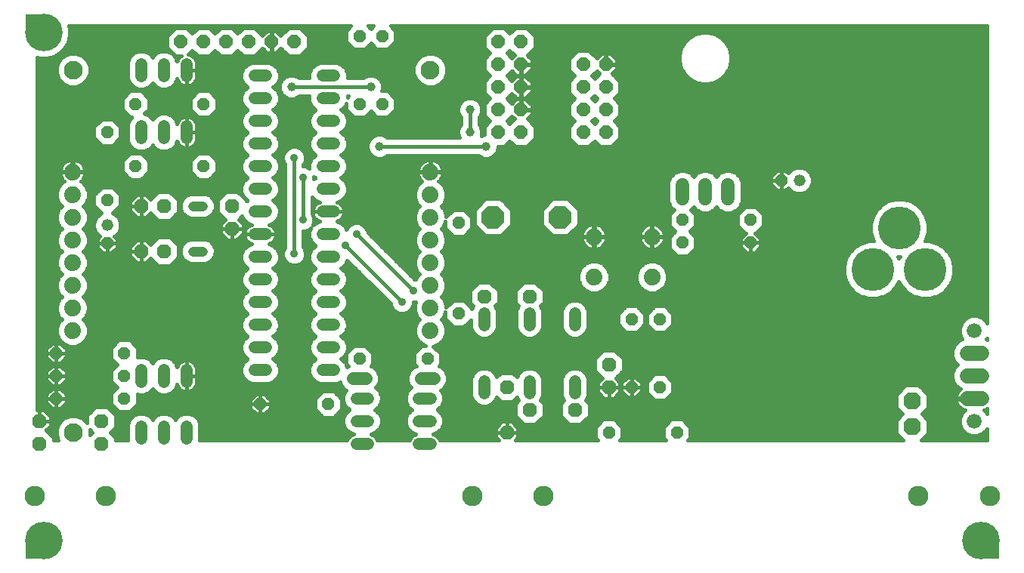
<source format=gtl>
G75*
G70*
%OFA0B0*%
%FSLAX24Y24*%
%IPPOS*%
%LPD*%
%AMOC8*
5,1,8,0,0,1.08239X$1,22.5*
%
%ADD10C,0.0440*%
%ADD11OC8,0.0630*%
%ADD12C,0.0520*%
%ADD13OC8,0.0600*%
%ADD14OC8,0.0520*%
%ADD15OC8,0.1000*%
%ADD16OC8,0.0760*%
%ADD17C,0.0650*%
%ADD18C,0.0660*%
%ADD19C,0.0740*%
%ADD20C,0.1890*%
%ADD21C,0.0520*%
%ADD22C,0.0554*%
%ADD23C,0.0600*%
%ADD24C,0.0900*%
%ADD25C,0.0396*%
%ADD26C,0.0160*%
%ADD27R,0.0787X0.0787*%
%ADD28C,0.0357*%
%ADD29C,0.0827*%
%ADD30C,0.1660*%
D10*
X008147Y013746D02*
X008587Y013746D01*
X008587Y015746D02*
X008147Y015746D01*
D11*
X006867Y015746D03*
X005867Y015746D03*
X005867Y013746D03*
X006867Y013746D03*
X009867Y014746D03*
X009867Y015746D03*
X020992Y011746D03*
X022992Y011746D03*
X026492Y008746D03*
X026492Y007746D03*
X024992Y006746D03*
X022992Y006746D03*
X021992Y007746D03*
X021992Y005746D03*
X004117Y006246D03*
X004117Y005246D03*
X001367Y005246D03*
X001367Y006246D03*
D12*
X005867Y006006D02*
X005867Y005486D01*
X006867Y005486D02*
X006867Y006006D01*
X007867Y006006D02*
X007867Y005486D01*
X007867Y007986D02*
X007867Y008506D01*
X006867Y008506D02*
X006867Y007986D01*
X005867Y007986D02*
X005867Y008506D01*
X010857Y008496D02*
X011377Y008496D01*
X011377Y009496D02*
X010857Y009496D01*
X010857Y010496D02*
X011377Y010496D01*
X011377Y011496D02*
X010857Y011496D01*
X010857Y012496D02*
X011377Y012496D01*
X011377Y013496D02*
X010857Y013496D01*
X010857Y014496D02*
X011377Y014496D01*
X011377Y015496D02*
X010857Y015496D01*
X010857Y016496D02*
X011377Y016496D01*
X011377Y017496D02*
X010857Y017496D01*
X010857Y018496D02*
X011377Y018496D01*
X011377Y019496D02*
X010857Y019496D01*
X010857Y020496D02*
X011377Y020496D01*
X011377Y021496D02*
X010857Y021496D01*
X013857Y021496D02*
X014377Y021496D01*
X014377Y020496D02*
X013857Y020496D01*
X013857Y019496D02*
X014377Y019496D01*
X014377Y018496D02*
X013857Y018496D01*
X013857Y017496D02*
X014377Y017496D01*
X014377Y016496D02*
X013857Y016496D01*
X013857Y015496D02*
X014377Y015496D01*
X014377Y014496D02*
X013857Y014496D01*
X013857Y013496D02*
X014377Y013496D01*
X014377Y012496D02*
X013857Y012496D01*
X013857Y011496D02*
X014377Y011496D01*
X014377Y010496D02*
X013857Y010496D01*
X013857Y009496D02*
X014377Y009496D01*
X014377Y008496D02*
X013857Y008496D01*
X015357Y007246D02*
X015877Y007246D01*
X015877Y006246D02*
X015357Y006246D01*
X015357Y005246D02*
X015877Y005246D01*
X018107Y005246D02*
X018627Y005246D01*
X018627Y006246D02*
X018107Y006246D01*
X018107Y007246D02*
X018627Y007246D01*
X020992Y007486D02*
X020992Y008006D01*
X022992Y008006D02*
X022992Y007486D01*
X024992Y007486D02*
X024992Y008006D01*
X024992Y010486D02*
X024992Y011006D01*
X022992Y011006D02*
X022992Y010486D01*
X020992Y010486D02*
X020992Y011006D01*
X007867Y018736D02*
X007867Y019256D01*
X006867Y019256D02*
X006867Y018736D01*
X005867Y018736D02*
X005867Y019256D01*
X005867Y021486D02*
X005867Y022006D01*
X006867Y022006D02*
X006867Y021486D01*
X007867Y021486D02*
X007867Y022006D01*
D13*
X007617Y022996D03*
X008617Y022996D03*
X009617Y022996D03*
X010617Y022996D03*
X011617Y022996D03*
X012617Y022996D03*
X021617Y022996D03*
X022617Y022996D03*
X022617Y021996D03*
X021617Y021996D03*
X021617Y020996D03*
X022617Y020996D03*
X022617Y019996D03*
X021617Y019996D03*
X021617Y018996D03*
X022617Y018996D03*
X025367Y018996D03*
X026367Y018996D03*
X026367Y019996D03*
X025367Y019996D03*
X025367Y020996D03*
X026367Y020996D03*
X026367Y021996D03*
X025367Y021996D03*
D14*
X016492Y023246D03*
X015492Y023246D03*
X015492Y020246D03*
X016492Y020246D03*
X008617Y020246D03*
X005617Y020246D03*
X004367Y018996D03*
X005617Y017496D03*
X004367Y015996D03*
X004367Y014096D03*
X008617Y017496D03*
X019867Y014996D03*
X019867Y010996D03*
X018492Y008996D03*
X015492Y008996D03*
X014117Y006996D03*
X011117Y006996D03*
X005117Y007246D03*
X005117Y008246D03*
X005117Y009246D03*
X002117Y009246D03*
X002117Y008246D03*
X002117Y007246D03*
X026492Y005746D03*
X029492Y005746D03*
X028742Y007746D03*
X027492Y007746D03*
X027492Y010746D03*
X028742Y010746D03*
X029742Y014121D03*
X029742Y015121D03*
X032742Y015121D03*
X032742Y014121D03*
X034092Y016871D03*
D15*
X024347Y015246D03*
X021387Y015246D03*
D16*
X039867Y007121D03*
X039867Y005996D03*
D17*
X042292Y007246D02*
X042941Y007246D01*
X042941Y008246D02*
X042292Y008246D01*
X042292Y009246D02*
X042941Y009246D01*
D18*
X042617Y010246D03*
X042617Y006246D03*
D19*
X028397Y012606D03*
X025837Y012606D03*
X025837Y014386D03*
X028397Y014386D03*
X018617Y014242D03*
X018617Y015242D03*
X018617Y016242D03*
X018617Y017242D03*
X018617Y013242D03*
X018617Y012242D03*
X018617Y011242D03*
X018617Y010242D03*
X002837Y010242D03*
X002837Y011242D03*
X002837Y012242D03*
X002837Y013242D03*
X002837Y014242D03*
X002837Y015242D03*
X002837Y016242D03*
X002837Y017242D03*
D20*
X038128Y012931D03*
X040451Y012931D03*
X039310Y014781D03*
D21*
X034892Y016871D03*
X004367Y014896D03*
D22*
X015215Y008121D02*
X015769Y008121D01*
X018215Y008121D02*
X018769Y008121D01*
D23*
X029742Y016071D02*
X029742Y016671D01*
X030742Y016671D02*
X030742Y016071D01*
X031742Y016071D02*
X031742Y016671D01*
D24*
X023607Y002938D03*
X020457Y002938D03*
X004315Y002938D03*
X001166Y002938D03*
X040142Y002938D03*
X043292Y002938D03*
D25*
X030367Y011746D03*
X029242Y011746D03*
X021085Y018371D03*
X020367Y018996D03*
X020367Y019996D03*
X016367Y018371D03*
X015992Y020996D03*
X012492Y020996D03*
X011117Y005996D03*
X014117Y005996D03*
D26*
X011117Y005996D01*
X011117Y006556D02*
X011299Y006556D01*
X011557Y006813D01*
X011557Y006996D01*
X011557Y007178D01*
X011299Y007436D01*
X011117Y007436D01*
X011117Y006996D01*
X011117Y006996D01*
X011557Y006996D01*
X011117Y006996D01*
X011117Y006996D01*
X011117Y007436D01*
X010934Y007436D01*
X010677Y007178D01*
X010677Y006996D01*
X011117Y006996D01*
X011117Y006996D01*
X011117Y006995D02*
X011117Y006556D01*
X011117Y006995D01*
X011117Y006995D01*
X011117Y006996D02*
X010677Y006996D01*
X010677Y006813D01*
X010934Y006556D01*
X011117Y006556D01*
X011117Y006652D02*
X011117Y006652D01*
X011117Y006810D02*
X011117Y006810D01*
X011117Y006969D02*
X011117Y006969D01*
X011117Y007127D02*
X011117Y007127D01*
X011117Y007286D02*
X011117Y007286D01*
X011448Y007286D02*
X013587Y007286D01*
X013537Y007236D02*
X013537Y006755D01*
X013876Y006416D01*
X014357Y006416D01*
X014697Y006755D01*
X014697Y007236D01*
X014357Y007576D01*
X013876Y007576D01*
X013537Y007236D01*
X013537Y007127D02*
X011557Y007127D01*
X011557Y006969D02*
X013537Y006969D01*
X013537Y006810D02*
X011554Y006810D01*
X011395Y006652D02*
X013640Y006652D01*
X013798Y006493D02*
X008199Y006493D01*
X008195Y006497D02*
X007982Y006586D01*
X007751Y006586D01*
X007538Y006497D01*
X007375Y006334D01*
X007367Y006314D01*
X007358Y006334D01*
X007195Y006497D01*
X006982Y006586D01*
X006751Y006586D01*
X006538Y006497D01*
X006375Y006334D01*
X006367Y006314D01*
X006358Y006334D01*
X006195Y006497D01*
X005982Y006586D01*
X005751Y006586D01*
X005538Y006497D01*
X005375Y006334D01*
X005287Y006121D01*
X005287Y005412D01*
X004752Y005412D01*
X004752Y005509D01*
X004515Y005746D01*
X004752Y005982D01*
X004752Y006509D01*
X004380Y006881D01*
X003854Y006881D01*
X003482Y006509D01*
X003482Y006168D01*
X003282Y006367D01*
X003013Y006479D01*
X002721Y006479D01*
X002451Y006367D01*
X002245Y006161D01*
X002133Y005891D01*
X002133Y005600D01*
X002211Y005412D01*
X002002Y005412D01*
X002002Y005509D01*
X001666Y005845D01*
X001862Y006040D01*
X001862Y006246D01*
X001862Y006451D01*
X001572Y006741D01*
X001367Y006741D01*
X001367Y006246D01*
X001367Y006246D01*
X001862Y006246D01*
X001367Y006246D01*
X001367Y006246D01*
X001367Y006741D01*
X001277Y006741D01*
X001277Y022296D01*
X001408Y022261D01*
X001711Y022261D01*
X002003Y022339D01*
X002266Y022491D01*
X002480Y022705D01*
X002631Y022967D01*
X002709Y023259D01*
X002709Y023562D01*
X002674Y023693D01*
X015119Y023693D01*
X014912Y023486D01*
X014912Y023005D01*
X015251Y022666D01*
X015732Y022666D01*
X015992Y022925D01*
X016251Y022666D01*
X016732Y022666D01*
X017072Y023005D01*
X017072Y023486D01*
X016864Y023693D01*
X043181Y023693D01*
X043181Y010583D01*
X043168Y010614D01*
X042985Y010797D01*
X042746Y010896D01*
X042487Y010896D01*
X042248Y010797D01*
X042066Y010614D01*
X041967Y010375D01*
X041967Y010116D01*
X042066Y009877D01*
X042085Y009858D01*
X041927Y009792D01*
X041745Y009611D01*
X041647Y009374D01*
X041647Y009117D01*
X041745Y008880D01*
X041880Y008746D01*
X041745Y008611D01*
X041647Y008374D01*
X041647Y008117D01*
X041745Y007880D01*
X041927Y007699D01*
X042010Y007664D01*
X041963Y007631D01*
X041907Y007574D01*
X041860Y007510D01*
X041824Y007439D01*
X041799Y007364D01*
X041787Y007285D01*
X041787Y007274D01*
X042588Y007274D01*
X042588Y007217D01*
X041787Y007217D01*
X041787Y007206D01*
X041799Y007127D01*
X041824Y007052D01*
X041860Y006981D01*
X041907Y006917D01*
X041963Y006860D01*
X042027Y006814D01*
X042098Y006778D01*
X042174Y006753D01*
X042201Y006749D01*
X042066Y006614D01*
X041967Y006375D01*
X041967Y006116D01*
X042066Y005877D01*
X042248Y005694D01*
X042487Y005596D01*
X042746Y005596D01*
X042985Y005694D01*
X043168Y005877D01*
X043181Y005908D01*
X043181Y005412D01*
X040273Y005412D01*
X040567Y005706D01*
X040567Y006285D01*
X040294Y006558D01*
X040567Y006831D01*
X040567Y007410D01*
X040157Y007821D01*
X039577Y007821D01*
X039167Y007410D01*
X039167Y006831D01*
X039439Y006558D01*
X039167Y006285D01*
X039167Y005706D01*
X039460Y005412D01*
X029978Y005412D01*
X030072Y005505D01*
X030072Y005986D01*
X029732Y006326D01*
X029251Y006326D01*
X028912Y005986D01*
X028912Y005505D01*
X029005Y005412D01*
X026978Y005412D01*
X027072Y005505D01*
X027072Y005986D01*
X026732Y006326D01*
X026251Y006326D01*
X025912Y005986D01*
X025912Y005505D01*
X026005Y005412D01*
X022358Y005412D01*
X022487Y005540D01*
X022487Y005746D01*
X022487Y005951D01*
X022197Y006241D01*
X021992Y006241D01*
X021992Y005746D01*
X021992Y005746D01*
X022487Y005746D01*
X021992Y005746D01*
X021992Y005746D01*
X021992Y006241D01*
X021787Y006241D01*
X021497Y005951D01*
X021497Y005746D01*
X021992Y005746D01*
X021992Y005746D01*
X021497Y005746D01*
X021497Y005540D01*
X021625Y005412D01*
X019035Y005412D01*
X019034Y005414D01*
X019003Y005476D01*
X018962Y005532D01*
X018913Y005581D01*
X018857Y005622D01*
X018796Y005653D01*
X018749Y005668D01*
X018955Y005754D01*
X019118Y005917D01*
X019207Y006130D01*
X019207Y006361D01*
X019118Y006574D01*
X018955Y006737D01*
X018935Y006746D01*
X018955Y006754D01*
X019118Y006917D01*
X019207Y007130D01*
X019207Y007361D01*
X019118Y007574D01*
X019087Y007606D01*
X019107Y007614D01*
X019275Y007782D01*
X019366Y008002D01*
X019366Y008239D01*
X019275Y008459D01*
X019107Y008627D01*
X018991Y008675D01*
X019072Y008755D01*
X019072Y009236D01*
X018755Y009552D01*
X019008Y009657D01*
X019202Y009851D01*
X019307Y010104D01*
X019307Y010379D01*
X019202Y010632D01*
X019092Y010742D01*
X019202Y010851D01*
X019287Y011056D01*
X019287Y010755D01*
X019626Y010416D01*
X020107Y010416D01*
X020412Y010720D01*
X020412Y010370D01*
X020500Y010157D01*
X020663Y009994D01*
X020876Y009906D01*
X021107Y009906D01*
X021320Y009994D01*
X021483Y010157D01*
X021572Y010370D01*
X021572Y011121D01*
X021483Y011334D01*
X021481Y011337D01*
X021627Y011482D01*
X021627Y012009D01*
X021255Y012381D01*
X020729Y012381D01*
X020357Y012009D01*
X020357Y011482D01*
X020503Y011337D01*
X020500Y011334D01*
X020447Y011205D01*
X020447Y011236D01*
X020107Y011576D01*
X019626Y011576D01*
X019307Y011256D01*
X019307Y011379D01*
X019202Y011632D01*
X019092Y011742D01*
X019202Y011851D01*
X019307Y012104D01*
X019307Y012379D01*
X019202Y012632D01*
X019092Y012742D01*
X019202Y012851D01*
X019307Y013104D01*
X019307Y013379D01*
X019202Y013632D01*
X019092Y013742D01*
X019202Y013851D01*
X019307Y014104D01*
X019307Y014379D01*
X019202Y014632D01*
X019092Y014742D01*
X019202Y014851D01*
X019287Y015056D01*
X019287Y014755D01*
X019626Y014416D01*
X020107Y014416D01*
X020447Y014755D01*
X020447Y015236D01*
X020107Y015576D01*
X019626Y015576D01*
X019307Y015256D01*
X019307Y015379D01*
X019202Y015632D01*
X019092Y015742D01*
X019202Y015851D01*
X019307Y016104D01*
X019307Y016379D01*
X019202Y016632D01*
X019008Y016827D01*
X018988Y016835D01*
X019036Y016883D01*
X019087Y016953D01*
X019126Y017030D01*
X019153Y017113D01*
X029307Y017113D01*
X029390Y017196D02*
X029216Y017022D01*
X029122Y016794D01*
X029122Y015947D01*
X029216Y015719D01*
X029368Y015567D01*
X029162Y015361D01*
X029162Y014880D01*
X029421Y014621D01*
X029162Y014361D01*
X029162Y013880D01*
X029501Y013541D01*
X029982Y013541D01*
X030322Y013880D01*
X030322Y014361D01*
X030062Y014621D01*
X030322Y014880D01*
X030322Y015361D01*
X030115Y015567D01*
X030242Y015694D01*
X030390Y015545D01*
X030618Y015451D01*
X030865Y015451D01*
X031093Y015545D01*
X031242Y015694D01*
X031390Y015545D01*
X031618Y015451D01*
X031865Y015451D01*
X032093Y015545D01*
X032267Y015719D01*
X032362Y015947D01*
X032362Y016794D01*
X032267Y017022D01*
X032093Y017196D01*
X031865Y017291D01*
X031618Y017291D01*
X031390Y017196D01*
X031242Y017047D01*
X031093Y017196D01*
X030865Y017291D01*
X030618Y017291D01*
X030390Y017196D01*
X030242Y017047D01*
X030093Y017196D01*
X029865Y017291D01*
X029618Y017291D01*
X029390Y017196D01*
X029572Y017272D02*
X019167Y017272D01*
X019167Y017262D02*
X019167Y017285D01*
X019153Y017370D01*
X019126Y017453D01*
X019087Y017530D01*
X019036Y017600D01*
X018975Y017661D01*
X018905Y017712D01*
X018828Y017751D01*
X018745Y017778D01*
X018660Y017792D01*
X018637Y017792D01*
X018637Y017262D01*
X018597Y017262D01*
X018597Y017792D01*
X018573Y017792D01*
X018488Y017778D01*
X018406Y017751D01*
X018328Y017712D01*
X018258Y017661D01*
X018197Y017600D01*
X018146Y017530D01*
X018107Y017453D01*
X018080Y017370D01*
X018067Y017285D01*
X018067Y017262D01*
X018597Y017262D01*
X018597Y017222D01*
X018067Y017222D01*
X018067Y017198D01*
X018080Y017113D01*
X014814Y017113D01*
X014868Y017167D02*
X014705Y017004D01*
X014685Y016996D01*
X014705Y016987D01*
X014868Y016824D01*
X014957Y016611D01*
X014957Y016380D01*
X014868Y016167D01*
X014705Y016004D01*
X014499Y015918D01*
X014546Y015903D01*
X014607Y015872D01*
X014663Y015831D01*
X014712Y015782D01*
X014753Y015726D01*
X014784Y015664D01*
X014806Y015599D01*
X014817Y015530D01*
X014817Y015496D01*
X014117Y015496D01*
X014117Y015496D01*
X014817Y015496D01*
X014817Y015461D01*
X014806Y015392D01*
X014784Y015327D01*
X014753Y015265D01*
X014712Y015209D01*
X014663Y015160D01*
X014607Y015119D01*
X014546Y015088D01*
X014499Y015073D01*
X014705Y014987D01*
X014868Y014824D01*
X014916Y014710D01*
X014944Y014778D01*
X015084Y014918D01*
X015268Y014994D01*
X015466Y014994D01*
X015649Y014918D01*
X015789Y014778D01*
X015865Y014595D01*
X015865Y014563D01*
X017934Y012494D01*
X017966Y012494D01*
X017973Y012491D01*
X018032Y012632D01*
X018141Y012742D01*
X018032Y012851D01*
X017927Y013104D01*
X017927Y013379D01*
X018032Y013632D01*
X018141Y013742D01*
X018032Y013851D01*
X017927Y014104D01*
X017927Y014379D01*
X018032Y014632D01*
X018141Y014742D01*
X018032Y014851D01*
X017927Y015104D01*
X017927Y015379D01*
X018032Y015632D01*
X018141Y015742D01*
X018032Y015851D01*
X017927Y016104D01*
X017927Y016379D01*
X018032Y016632D01*
X018226Y016827D01*
X018246Y016835D01*
X018197Y016883D01*
X018146Y016953D01*
X018107Y017030D01*
X018080Y017113D01*
X018067Y017272D02*
X014912Y017272D01*
X014868Y017167D02*
X014957Y017380D01*
X014957Y017611D01*
X014868Y017824D01*
X014705Y017987D01*
X014685Y017996D01*
X014705Y018004D01*
X014868Y018167D01*
X014957Y018380D01*
X014957Y018611D01*
X014868Y018824D01*
X014705Y018987D01*
X014685Y018996D01*
X014705Y019004D01*
X014868Y019167D01*
X014957Y019380D01*
X014957Y019611D01*
X014868Y019824D01*
X014705Y019987D01*
X014685Y019996D01*
X014705Y020004D01*
X014868Y020167D01*
X014912Y020272D01*
X014912Y020005D01*
X015251Y019666D01*
X015732Y019666D01*
X015992Y019925D01*
X016251Y019666D01*
X016732Y019666D01*
X017072Y020005D01*
X017072Y020486D01*
X016732Y020826D01*
X016482Y020826D01*
X016510Y020892D01*
X016510Y021099D01*
X016431Y021289D01*
X016285Y021435D01*
X016095Y021514D01*
X015889Y021514D01*
X015698Y021435D01*
X015659Y021396D01*
X014957Y021396D01*
X014957Y021611D01*
X014868Y021824D01*
X014705Y021987D01*
X014492Y022076D01*
X013741Y022076D01*
X013528Y021987D01*
X013365Y021824D01*
X013277Y021611D01*
X013277Y021396D01*
X012824Y021396D01*
X012785Y021435D01*
X012595Y021514D01*
X012389Y021514D01*
X012198Y021435D01*
X012052Y021289D01*
X011974Y021099D01*
X011974Y020892D01*
X012052Y020702D01*
X012198Y020556D01*
X012389Y020477D01*
X012595Y020477D01*
X012785Y020556D01*
X012824Y020596D01*
X013277Y020596D01*
X013277Y020380D01*
X013365Y020167D01*
X013528Y020004D01*
X013548Y019996D01*
X013528Y019987D01*
X013365Y019824D01*
X013277Y019611D01*
X013277Y019380D01*
X013365Y019167D01*
X013528Y019004D01*
X013548Y018996D01*
X013528Y018987D01*
X013365Y018824D01*
X013277Y018611D01*
X013277Y018380D01*
X013365Y018167D01*
X013528Y018004D01*
X013548Y017996D01*
X013528Y017987D01*
X013365Y017824D01*
X013277Y017611D01*
X013277Y017415D01*
X013274Y017418D01*
X013091Y017494D01*
X013017Y017494D01*
X013017Y017559D01*
X013040Y017582D01*
X013116Y017765D01*
X013116Y017964D01*
X013040Y018147D01*
X012900Y018287D01*
X012717Y018363D01*
X012518Y018363D01*
X012335Y018287D01*
X012195Y018147D01*
X012119Y017964D01*
X012119Y017765D01*
X012195Y017582D01*
X012217Y017561D01*
X012217Y013925D01*
X012194Y013903D01*
X012118Y013720D01*
X012118Y013521D01*
X012194Y013338D01*
X012334Y013198D01*
X012518Y013122D01*
X012716Y013122D01*
X012899Y013198D01*
X013039Y013338D01*
X013115Y013521D01*
X013115Y013720D01*
X013039Y013903D01*
X013017Y013925D01*
X013017Y014622D01*
X013091Y014622D01*
X013274Y014698D01*
X013340Y014764D01*
X013277Y014611D01*
X013277Y014380D01*
X013365Y014167D01*
X013528Y014004D01*
X013548Y013996D01*
X013528Y013987D01*
X013365Y013824D01*
X013277Y013611D01*
X013277Y013380D01*
X013365Y013167D01*
X013528Y013004D01*
X013548Y012996D01*
X013528Y012987D01*
X013365Y012824D01*
X013277Y012611D01*
X013277Y012380D01*
X013365Y012167D01*
X013528Y012004D01*
X013548Y011996D01*
X013528Y011987D01*
X013365Y011824D01*
X013277Y011611D01*
X013277Y011380D01*
X013365Y011167D01*
X013528Y011004D01*
X013548Y010996D01*
X013528Y010987D01*
X013365Y010824D01*
X013277Y010611D01*
X013277Y010380D01*
X013365Y010167D01*
X013528Y010004D01*
X013548Y009996D01*
X013528Y009987D01*
X013365Y009824D01*
X013277Y009611D01*
X013277Y009380D01*
X013365Y009167D01*
X013528Y009004D01*
X013548Y008996D01*
X013528Y008987D01*
X013365Y008824D01*
X013277Y008611D01*
X013277Y008380D01*
X013365Y008167D01*
X013528Y008004D01*
X013741Y007916D01*
X014492Y007916D01*
X014629Y007972D01*
X014708Y007782D01*
X014876Y007614D01*
X014897Y007606D01*
X014865Y007574D01*
X014777Y007361D01*
X014777Y007130D01*
X014865Y006917D01*
X015028Y006754D01*
X015048Y006746D01*
X015028Y006737D01*
X014865Y006574D01*
X014777Y006361D01*
X014777Y006130D01*
X014865Y005917D01*
X015028Y005754D01*
X015234Y005668D01*
X015188Y005653D01*
X015126Y005622D01*
X015070Y005581D01*
X015021Y005532D01*
X014980Y005476D01*
X014949Y005414D01*
X014948Y005412D01*
X008447Y005412D01*
X008447Y006121D01*
X008358Y006334D01*
X008195Y006497D01*
X008357Y006335D02*
X014777Y006335D01*
X014777Y006176D02*
X008424Y006176D01*
X008447Y006018D02*
X014823Y006018D01*
X014922Y005859D02*
X008447Y005859D01*
X008447Y005701D02*
X015156Y005701D01*
X015031Y005542D02*
X008447Y005542D01*
X007376Y006335D02*
X007357Y006335D01*
X007199Y006493D02*
X007534Y006493D01*
X006534Y006493D02*
X006199Y006493D01*
X006357Y006335D02*
X006376Y006335D01*
X005534Y006493D02*
X004752Y006493D01*
X004752Y006335D02*
X005376Y006335D01*
X005310Y006176D02*
X004752Y006176D01*
X004752Y006018D02*
X005287Y006018D01*
X005287Y005859D02*
X004629Y005859D01*
X004559Y005701D02*
X005287Y005701D01*
X005287Y005542D02*
X004718Y005542D01*
X003719Y005746D02*
X003600Y005627D01*
X003600Y005864D01*
X003719Y005746D01*
X003674Y005701D02*
X003600Y005701D01*
X003600Y005859D02*
X003605Y005859D01*
X003482Y006176D02*
X003473Y006176D01*
X003482Y006335D02*
X003314Y006335D01*
X003482Y006493D02*
X001819Y006493D01*
X001862Y006335D02*
X002419Y006335D01*
X002260Y006176D02*
X001862Y006176D01*
X001839Y006018D02*
X002186Y006018D01*
X002133Y005859D02*
X001681Y005859D01*
X001809Y005701D02*
X002133Y005701D01*
X002157Y005542D02*
X001968Y005542D01*
X001367Y006335D02*
X001367Y006335D01*
X001367Y006493D02*
X001367Y006493D01*
X001367Y006652D02*
X001367Y006652D01*
X001277Y006810D02*
X001929Y006810D01*
X001934Y006806D02*
X002117Y006806D01*
X002299Y006806D01*
X002557Y007063D01*
X002557Y007246D01*
X002557Y007428D01*
X002299Y007686D01*
X002117Y007686D01*
X002117Y007246D01*
X002117Y007246D01*
X002557Y007246D01*
X002117Y007246D01*
X002117Y007246D01*
X002117Y007686D01*
X001934Y007686D01*
X001677Y007428D01*
X001677Y007246D01*
X002117Y007246D01*
X002117Y007246D01*
X002117Y007245D02*
X002117Y006806D01*
X002117Y007245D01*
X002117Y007245D01*
X002117Y007246D02*
X001677Y007246D01*
X001677Y007063D01*
X001934Y006806D01*
X002117Y006810D02*
X002117Y006810D01*
X002117Y006969D02*
X002117Y006969D01*
X002117Y007127D02*
X002117Y007127D01*
X002117Y007286D02*
X002117Y007286D01*
X002117Y007444D02*
X002117Y007444D01*
X002117Y007603D02*
X002117Y007603D01*
X002117Y007806D02*
X002299Y007806D01*
X002557Y008063D01*
X002557Y008246D01*
X002557Y008428D01*
X002299Y008686D01*
X002117Y008686D01*
X002117Y008246D01*
X002117Y008246D01*
X002557Y008246D01*
X002117Y008246D01*
X002117Y008246D01*
X002117Y008686D01*
X001934Y008686D01*
X001677Y008428D01*
X001677Y008246D01*
X002117Y008246D01*
X002117Y008246D01*
X002117Y008245D02*
X002117Y007806D01*
X002117Y008245D01*
X002117Y008245D01*
X002117Y008246D02*
X001677Y008246D01*
X001677Y008063D01*
X001934Y007806D01*
X002117Y007806D01*
X002117Y007920D02*
X002117Y007920D01*
X002117Y008078D02*
X002117Y008078D01*
X002117Y008237D02*
X002117Y008237D01*
X002117Y008395D02*
X002117Y008395D01*
X002117Y008554D02*
X002117Y008554D01*
X002117Y008806D02*
X002299Y008806D01*
X002557Y009063D01*
X002557Y009246D01*
X002557Y009428D01*
X002299Y009686D01*
X002117Y009686D01*
X002117Y009246D01*
X002117Y009246D01*
X002557Y009246D01*
X002117Y009246D01*
X002117Y009246D01*
X002117Y009686D01*
X001934Y009686D01*
X001677Y009428D01*
X001677Y009246D01*
X002117Y009246D01*
X002117Y009246D01*
X002117Y009245D02*
X002117Y008806D01*
X002117Y009245D01*
X002117Y009245D01*
X002117Y009246D02*
X001677Y009246D01*
X001677Y009063D01*
X001934Y008806D01*
X002117Y008806D01*
X002117Y008871D02*
X002117Y008871D01*
X002117Y009029D02*
X002117Y009029D01*
X002117Y009188D02*
X002117Y009188D01*
X002117Y009346D02*
X002117Y009346D01*
X002117Y009505D02*
X002117Y009505D01*
X002117Y009663D02*
X002117Y009663D01*
X002321Y009663D02*
X002439Y009663D01*
X002446Y009657D02*
X002700Y009552D01*
X002974Y009552D01*
X003228Y009657D01*
X003422Y009851D01*
X003527Y010104D01*
X003527Y010379D01*
X003422Y010632D01*
X003313Y010742D01*
X003422Y010851D01*
X003527Y011104D01*
X003527Y011379D01*
X003422Y011632D01*
X003313Y011742D01*
X003422Y011851D01*
X003527Y012104D01*
X003527Y012379D01*
X003422Y012632D01*
X003313Y012742D01*
X003422Y012851D01*
X003527Y013104D01*
X003527Y013379D01*
X003422Y013632D01*
X003313Y013742D01*
X003422Y013851D01*
X003527Y014104D01*
X003527Y014379D01*
X003422Y014632D01*
X003313Y014742D01*
X003422Y014851D01*
X003527Y015104D01*
X003527Y015379D01*
X003422Y015632D01*
X003313Y015742D01*
X003422Y015851D01*
X003527Y016104D01*
X003527Y016379D01*
X003422Y016632D01*
X003228Y016827D01*
X003208Y016835D01*
X003257Y016883D01*
X003308Y016953D01*
X003347Y017030D01*
X003374Y017113D01*
X005179Y017113D01*
X005037Y017255D02*
X005376Y016916D01*
X005857Y016916D01*
X006197Y017255D01*
X006197Y017736D01*
X005857Y018076D01*
X005376Y018076D01*
X005037Y017736D01*
X005037Y017255D01*
X005037Y017272D02*
X003387Y017272D01*
X003387Y017262D02*
X003387Y017285D01*
X003374Y017370D01*
X003347Y017453D01*
X003308Y017530D01*
X003257Y017600D01*
X003195Y017661D01*
X003125Y017712D01*
X003048Y017751D01*
X002966Y017778D01*
X002880Y017792D01*
X002857Y017792D01*
X002857Y017262D01*
X002817Y017262D01*
X002817Y017792D01*
X002794Y017792D01*
X002708Y017778D01*
X002626Y017751D01*
X002549Y017712D01*
X002479Y017661D01*
X002418Y017600D01*
X002367Y017530D01*
X002327Y017453D01*
X002301Y017370D01*
X002287Y017285D01*
X002287Y017262D01*
X002817Y017262D01*
X002817Y017222D01*
X002287Y017222D01*
X002287Y017198D01*
X002301Y017113D01*
X001277Y017113D01*
X001277Y016955D02*
X002366Y016955D01*
X002367Y016953D02*
X002418Y016883D01*
X002466Y016835D01*
X002446Y016827D01*
X002252Y016632D01*
X002147Y016379D01*
X002147Y016104D01*
X002252Y015851D01*
X002361Y015742D01*
X002252Y015632D01*
X002147Y015379D01*
X002147Y015104D01*
X002252Y014851D01*
X002361Y014742D01*
X002252Y014632D01*
X002147Y014379D01*
X002147Y014104D01*
X002252Y013851D01*
X002361Y013742D01*
X002252Y013632D01*
X002147Y013379D01*
X002147Y013104D01*
X002252Y012851D01*
X002361Y012742D01*
X002252Y012632D01*
X002147Y012379D01*
X002147Y012104D01*
X002252Y011851D01*
X002361Y011742D01*
X002252Y011632D01*
X002147Y011379D01*
X002147Y011104D01*
X002252Y010851D01*
X002361Y010742D01*
X002252Y010632D01*
X002147Y010379D01*
X002147Y010104D01*
X002252Y009851D01*
X002446Y009657D01*
X002479Y009505D02*
X004556Y009505D01*
X004537Y009486D02*
X004537Y009005D01*
X004796Y008746D01*
X004537Y008486D01*
X004537Y008005D01*
X004796Y007746D01*
X004537Y007486D01*
X004537Y007005D01*
X004876Y006666D01*
X005357Y006666D01*
X005697Y007005D01*
X005697Y007428D01*
X005751Y007406D01*
X005982Y007406D01*
X006195Y007494D01*
X006358Y007657D01*
X006367Y007677D01*
X006375Y007657D01*
X006538Y007494D01*
X006751Y007406D01*
X006982Y007406D01*
X007195Y007494D01*
X007358Y007657D01*
X007444Y007863D01*
X007459Y007817D01*
X007490Y007755D01*
X007531Y007699D01*
X007580Y007650D01*
X007636Y007609D01*
X007698Y007578D01*
X007764Y007556D01*
X007832Y007546D01*
X007867Y007546D01*
X007901Y007546D01*
X007970Y007556D01*
X008036Y007578D01*
X008097Y007609D01*
X008153Y007650D01*
X008202Y007699D01*
X008243Y007755D01*
X008274Y007817D01*
X008296Y007882D01*
X008307Y007951D01*
X008307Y008246D01*
X008307Y008540D01*
X008296Y008609D01*
X008274Y008674D01*
X008243Y008736D01*
X008202Y008792D01*
X008153Y008841D01*
X008097Y008882D01*
X008036Y008913D01*
X007970Y008935D01*
X007901Y008946D01*
X007867Y008946D01*
X007867Y008246D01*
X007867Y008246D01*
X008307Y008246D01*
X007867Y008246D01*
X007867Y008246D01*
X007867Y008946D01*
X007832Y008946D01*
X007764Y008935D01*
X007698Y008913D01*
X007636Y008882D01*
X007580Y008841D01*
X007531Y008792D01*
X007490Y008736D01*
X007459Y008674D01*
X007444Y008628D01*
X007358Y008834D01*
X007195Y008997D01*
X006982Y009086D01*
X006751Y009086D01*
X006538Y008997D01*
X006375Y008834D01*
X006367Y008814D01*
X006358Y008834D01*
X006195Y008997D01*
X005982Y009086D01*
X005751Y009086D01*
X005697Y009063D01*
X005697Y009486D01*
X005357Y009826D01*
X004876Y009826D01*
X004537Y009486D01*
X004537Y009346D02*
X002557Y009346D01*
X002557Y009188D02*
X004537Y009188D01*
X004537Y009029D02*
X002523Y009029D01*
X002364Y008871D02*
X004671Y008871D01*
X004763Y008712D02*
X001277Y008712D01*
X001277Y008554D02*
X001803Y008554D01*
X001677Y008395D02*
X001277Y008395D01*
X001277Y008237D02*
X001677Y008237D01*
X001677Y008078D02*
X001277Y008078D01*
X001277Y007920D02*
X001820Y007920D01*
X001852Y007603D02*
X001277Y007603D01*
X001277Y007761D02*
X004780Y007761D01*
X004654Y007603D02*
X002381Y007603D01*
X002540Y007444D02*
X004537Y007444D01*
X004537Y007286D02*
X002557Y007286D01*
X002557Y007127D02*
X004537Y007127D01*
X004573Y006969D02*
X002462Y006969D01*
X002304Y006810D02*
X003784Y006810D01*
X003625Y006652D02*
X001660Y006652D01*
X001771Y006969D02*
X001277Y006969D01*
X001277Y007127D02*
X001677Y007127D01*
X001677Y007286D02*
X001277Y007286D01*
X001277Y007444D02*
X001693Y007444D01*
X002413Y007920D02*
X004622Y007920D01*
X004537Y008078D02*
X002557Y008078D01*
X002557Y008237D02*
X004537Y008237D01*
X004537Y008395D02*
X002557Y008395D01*
X002430Y008554D02*
X004605Y008554D01*
X005697Y009188D02*
X010356Y009188D01*
X010365Y009167D02*
X010528Y009004D01*
X010548Y008996D01*
X010528Y008987D01*
X010365Y008824D01*
X010277Y008611D01*
X010277Y008380D01*
X010365Y008167D01*
X010528Y008004D01*
X010741Y007916D01*
X011492Y007916D01*
X011705Y008004D01*
X011868Y008167D01*
X011957Y008380D01*
X011957Y008611D01*
X011868Y008824D01*
X011705Y008987D01*
X011685Y008996D01*
X011705Y009004D01*
X011868Y009167D01*
X011957Y009380D01*
X011957Y009611D01*
X011868Y009824D01*
X011705Y009987D01*
X011685Y009996D01*
X011705Y010004D01*
X011868Y010167D01*
X011957Y010380D01*
X011957Y010611D01*
X011868Y010824D01*
X011705Y010987D01*
X011685Y010996D01*
X011705Y011004D01*
X011868Y011167D01*
X011957Y011380D01*
X011957Y011611D01*
X011868Y011824D01*
X011705Y011987D01*
X011685Y011996D01*
X011705Y012004D01*
X011868Y012167D01*
X011957Y012380D01*
X011957Y012611D01*
X011868Y012824D01*
X011705Y012987D01*
X011685Y012996D01*
X011705Y013004D01*
X011868Y013167D01*
X011957Y013380D01*
X011957Y013611D01*
X011868Y013824D01*
X011705Y013987D01*
X011499Y014073D01*
X011546Y014088D01*
X011607Y014119D01*
X011663Y014160D01*
X011712Y014209D01*
X011753Y014265D01*
X011784Y014327D01*
X011806Y014392D01*
X011817Y014461D01*
X011817Y014496D01*
X011817Y014530D01*
X011806Y014599D01*
X011784Y014664D01*
X011753Y014726D01*
X011712Y014782D01*
X011663Y014831D01*
X011607Y014872D01*
X011546Y014903D01*
X011499Y014918D01*
X011705Y015004D01*
X011868Y015167D01*
X011957Y015380D01*
X011957Y015611D01*
X011868Y015824D01*
X011705Y015987D01*
X011685Y015996D01*
X011705Y016004D01*
X011868Y016167D01*
X011957Y016380D01*
X011957Y016611D01*
X011868Y016824D01*
X011705Y016987D01*
X011685Y016996D01*
X011705Y017004D01*
X011868Y017167D01*
X011957Y017380D01*
X011957Y017611D01*
X011868Y017824D01*
X011705Y017987D01*
X011685Y017996D01*
X011705Y018004D01*
X011868Y018167D01*
X011957Y018380D01*
X011957Y018611D01*
X011868Y018824D01*
X011705Y018987D01*
X011685Y018996D01*
X011705Y019004D01*
X011868Y019167D01*
X011957Y019380D01*
X011957Y019611D01*
X011868Y019824D01*
X011705Y019987D01*
X011685Y019996D01*
X011705Y020004D01*
X011868Y020167D01*
X011957Y020380D01*
X011957Y020611D01*
X011868Y020824D01*
X011705Y020987D01*
X011685Y020996D01*
X011705Y021004D01*
X011868Y021167D01*
X011957Y021380D01*
X011957Y021611D01*
X011868Y021824D01*
X011705Y021987D01*
X011492Y022076D01*
X010741Y022076D01*
X010528Y021987D01*
X010365Y021824D01*
X010277Y021611D01*
X010277Y021380D01*
X010365Y021167D01*
X010528Y021004D01*
X010548Y020996D01*
X010528Y020987D01*
X010365Y020824D01*
X010277Y020611D01*
X010277Y020380D01*
X010365Y020167D01*
X010528Y020004D01*
X010548Y019996D01*
X010528Y019987D01*
X010365Y019824D01*
X010277Y019611D01*
X010277Y019380D01*
X010365Y019167D01*
X010528Y019004D01*
X010548Y018996D01*
X010528Y018987D01*
X010365Y018824D01*
X010277Y018611D01*
X010277Y018380D01*
X010365Y018167D01*
X010528Y018004D01*
X010548Y017996D01*
X010528Y017987D01*
X010365Y017824D01*
X010277Y017611D01*
X010277Y017380D01*
X010365Y017167D01*
X010528Y017004D01*
X010548Y016996D01*
X010528Y016987D01*
X010365Y016824D01*
X010277Y016611D01*
X010277Y016380D01*
X010365Y016167D01*
X010528Y016004D01*
X010548Y015996D01*
X010528Y015987D01*
X010502Y015961D01*
X010502Y016009D01*
X010130Y016381D01*
X009604Y016381D01*
X009232Y016009D01*
X009232Y015482D01*
X009568Y015147D01*
X009372Y014951D01*
X009372Y014746D01*
X009867Y014746D01*
X010362Y014746D01*
X010362Y014951D01*
X010166Y015147D01*
X010313Y015293D01*
X010365Y015167D01*
X010528Y015004D01*
X010734Y014918D01*
X010688Y014903D01*
X010626Y014872D01*
X010570Y014831D01*
X010521Y014782D01*
X010480Y014726D01*
X010449Y014664D01*
X010428Y014599D01*
X010417Y014530D01*
X010417Y014496D01*
X011117Y014496D01*
X011817Y014496D01*
X011117Y014496D01*
X011117Y014496D01*
X011117Y014496D01*
X010417Y014496D01*
X010417Y014461D01*
X010428Y014392D01*
X010449Y014327D01*
X010480Y014265D01*
X010521Y014209D01*
X010570Y014160D01*
X010626Y014119D01*
X010688Y014088D01*
X010734Y014073D01*
X010528Y013987D01*
X010365Y013824D01*
X010277Y013611D01*
X010277Y013380D01*
X010365Y013167D01*
X010528Y013004D01*
X010548Y012996D01*
X010528Y012987D01*
X010365Y012824D01*
X010277Y012611D01*
X010277Y012380D01*
X010365Y012167D01*
X010528Y012004D01*
X010548Y011996D01*
X010528Y011987D01*
X010365Y011824D01*
X010277Y011611D01*
X010277Y011380D01*
X010365Y011167D01*
X010528Y011004D01*
X010548Y010996D01*
X010528Y010987D01*
X010365Y010824D01*
X010277Y010611D01*
X010277Y010380D01*
X010365Y010167D01*
X010528Y010004D01*
X010548Y009996D01*
X010528Y009987D01*
X010365Y009824D01*
X010277Y009611D01*
X010277Y009380D01*
X010365Y009167D01*
X010291Y009346D02*
X005697Y009346D01*
X005677Y009505D02*
X010277Y009505D01*
X010298Y009663D02*
X005519Y009663D01*
X005360Y009822D02*
X010364Y009822D01*
X010521Y009980D02*
X003476Y009980D01*
X003527Y010139D02*
X010393Y010139D01*
X010311Y010297D02*
X003527Y010297D01*
X003495Y010456D02*
X010277Y010456D01*
X010278Y010614D02*
X003430Y010614D01*
X003344Y010773D02*
X010344Y010773D01*
X010472Y010931D02*
X003456Y010931D01*
X003521Y011090D02*
X010442Y011090D01*
X010331Y011248D02*
X003527Y011248D01*
X003515Y011407D02*
X010277Y011407D01*
X010277Y011565D02*
X003450Y011565D01*
X003331Y011724D02*
X010324Y011724D01*
X010423Y011882D02*
X003435Y011882D01*
X003501Y012041D02*
X010491Y012041D01*
X010351Y012199D02*
X003527Y012199D01*
X003527Y012358D02*
X010286Y012358D01*
X010277Y012516D02*
X003470Y012516D01*
X003380Y012675D02*
X010303Y012675D01*
X010374Y012833D02*
X003405Y012833D01*
X003481Y012992D02*
X010540Y012992D01*
X010381Y013150D02*
X007170Y013150D01*
X007130Y013111D02*
X007502Y013482D01*
X007502Y014009D01*
X007130Y014381D01*
X006604Y014381D01*
X006268Y014045D01*
X006072Y014241D01*
X005867Y014241D01*
X005867Y013746D01*
X005867Y013746D01*
X005867Y014241D01*
X005662Y014241D01*
X005372Y013951D01*
X005372Y013746D01*
X005867Y013746D01*
X005867Y013746D01*
X005867Y013745D02*
X005867Y013251D01*
X006072Y013251D01*
X006268Y013446D01*
X006604Y013111D01*
X007130Y013111D01*
X007328Y013309D02*
X007820Y013309D01*
X007841Y013288D02*
X008039Y013206D01*
X008694Y013206D01*
X008893Y013288D01*
X009044Y013440D01*
X009127Y013638D01*
X009127Y013853D01*
X009044Y014051D01*
X008893Y014203D01*
X008694Y014286D01*
X008039Y014286D01*
X007841Y014203D01*
X007689Y014051D01*
X007607Y013853D01*
X007607Y013638D01*
X007689Y013440D01*
X007841Y013288D01*
X007677Y013467D02*
X007487Y013467D01*
X007502Y013626D02*
X007612Y013626D01*
X007607Y013784D02*
X007502Y013784D01*
X007502Y013943D02*
X007644Y013943D01*
X007739Y014101D02*
X007409Y014101D01*
X007250Y014260D02*
X007978Y014260D01*
X008756Y014260D02*
X009652Y014260D01*
X009662Y014251D02*
X009867Y014251D01*
X010072Y014251D01*
X010362Y014540D01*
X010362Y014746D01*
X009867Y014746D01*
X009867Y014746D01*
X009867Y014746D01*
X009867Y014745D02*
X009867Y014251D01*
X009867Y014745D01*
X009867Y014745D01*
X009867Y014746D02*
X009372Y014746D01*
X009372Y014540D01*
X009662Y014251D01*
X009867Y014260D02*
X009867Y014260D01*
X009867Y014418D02*
X009867Y014418D01*
X009867Y014577D02*
X009867Y014577D01*
X009867Y014735D02*
X009867Y014735D01*
X009372Y014735D02*
X004928Y014735D01*
X004947Y014780D02*
X004858Y014567D01*
X004695Y014404D01*
X004685Y014400D01*
X004807Y014278D01*
X004807Y014096D01*
X004367Y014096D01*
X004367Y014096D01*
X004807Y014096D01*
X004807Y013913D01*
X004549Y013656D01*
X004367Y013656D01*
X004367Y014095D01*
X004367Y014095D01*
X004367Y013656D01*
X004184Y013656D01*
X003927Y013913D01*
X003927Y014096D01*
X004367Y014096D01*
X004367Y014096D01*
X003927Y014096D01*
X003927Y014278D01*
X004048Y014400D01*
X004038Y014404D01*
X003875Y014567D01*
X003787Y014780D01*
X003787Y015011D01*
X003875Y015224D01*
X004038Y015387D01*
X004121Y015421D01*
X003787Y015755D01*
X003787Y016236D01*
X004126Y016576D01*
X004607Y016576D01*
X004947Y016236D01*
X004947Y015755D01*
X004613Y015421D01*
X004695Y015387D01*
X004858Y015224D01*
X004947Y015011D01*
X004947Y014780D01*
X004947Y014894D02*
X009372Y014894D01*
X009474Y015052D02*
X004929Y015052D01*
X004864Y015211D02*
X006503Y015211D01*
X006604Y015111D02*
X006268Y015446D01*
X006072Y015251D01*
X005867Y015251D01*
X005867Y015745D01*
X005867Y015745D01*
X005867Y015251D01*
X005662Y015251D01*
X005372Y015540D01*
X005372Y015746D01*
X005867Y015746D01*
X005867Y015746D01*
X005867Y016241D01*
X006072Y016241D01*
X006268Y016045D01*
X006604Y016381D01*
X007130Y016381D01*
X007502Y016009D01*
X007502Y015482D01*
X007130Y015111D01*
X006604Y015111D01*
X006345Y015369D02*
X006191Y015369D01*
X005867Y015369D02*
X005867Y015369D01*
X005867Y015528D02*
X005867Y015528D01*
X005867Y015686D02*
X005867Y015686D01*
X005867Y015746D02*
X005372Y015746D01*
X005372Y015951D01*
X005662Y016241D01*
X005867Y016241D01*
X005867Y015746D01*
X005867Y015746D01*
X005867Y015845D02*
X005867Y015845D01*
X005867Y016003D02*
X005867Y016003D01*
X005867Y016162D02*
X005867Y016162D01*
X006150Y016162D02*
X006385Y016162D01*
X006544Y016320D02*
X004862Y016320D01*
X004947Y016162D02*
X005583Y016162D01*
X005425Y016003D02*
X004947Y016003D01*
X004947Y015845D02*
X005372Y015845D01*
X005372Y015686D02*
X004878Y015686D01*
X004719Y015528D02*
X005384Y015528D01*
X005543Y015369D02*
X004713Y015369D01*
X004020Y015369D02*
X003527Y015369D01*
X003527Y015211D02*
X003870Y015211D01*
X003804Y015052D02*
X003506Y015052D01*
X003440Y014894D02*
X003787Y014894D01*
X003805Y014735D02*
X003319Y014735D01*
X003445Y014577D02*
X003871Y014577D01*
X004023Y014418D02*
X003511Y014418D01*
X003527Y014260D02*
X003927Y014260D01*
X003927Y014101D02*
X003526Y014101D01*
X003460Y013943D02*
X003927Y013943D01*
X004055Y013784D02*
X003356Y013784D01*
X003425Y013626D02*
X005372Y013626D01*
X005372Y013540D02*
X005662Y013251D01*
X005867Y013251D01*
X005867Y013745D01*
X005867Y013745D01*
X005867Y013746D02*
X005372Y013746D01*
X005372Y013540D01*
X005445Y013467D02*
X003490Y013467D01*
X003527Y013309D02*
X005603Y013309D01*
X005867Y013309D02*
X005867Y013309D01*
X005867Y013467D02*
X005867Y013467D01*
X005867Y013626D02*
X005867Y013626D01*
X005867Y013784D02*
X005867Y013784D01*
X005867Y013943D02*
X005867Y013943D01*
X005867Y014101D02*
X005867Y014101D01*
X006211Y014101D02*
X006325Y014101D01*
X006483Y014260D02*
X004807Y014260D01*
X004807Y014101D02*
X005523Y014101D01*
X005372Y013943D02*
X004807Y013943D01*
X004678Y013784D02*
X005372Y013784D01*
X006130Y013309D02*
X006405Y013309D01*
X006564Y013150D02*
X003527Y013150D01*
X002269Y012833D02*
X001277Y012833D01*
X001277Y012675D02*
X002295Y012675D01*
X002204Y012516D02*
X001277Y012516D01*
X001277Y012358D02*
X002147Y012358D01*
X002147Y012199D02*
X001277Y012199D01*
X001277Y012041D02*
X002173Y012041D01*
X002239Y011882D02*
X001277Y011882D01*
X001277Y011724D02*
X002344Y011724D01*
X002224Y011565D02*
X001277Y011565D01*
X001277Y011407D02*
X002159Y011407D01*
X002147Y011248D02*
X001277Y011248D01*
X001277Y011090D02*
X002153Y011090D01*
X002219Y010931D02*
X001277Y010931D01*
X001277Y010773D02*
X002330Y010773D01*
X002245Y010614D02*
X001277Y010614D01*
X001277Y010456D02*
X002179Y010456D01*
X002147Y010297D02*
X001277Y010297D01*
X001277Y010139D02*
X002147Y010139D01*
X002198Y009980D02*
X001277Y009980D01*
X001277Y009822D02*
X002281Y009822D01*
X001912Y009663D02*
X001277Y009663D01*
X001277Y009505D02*
X001754Y009505D01*
X001677Y009346D02*
X001277Y009346D01*
X001277Y009188D02*
X001677Y009188D01*
X001710Y009029D02*
X001277Y009029D01*
X001277Y008871D02*
X001869Y008871D01*
X003235Y009663D02*
X004714Y009663D01*
X004873Y009822D02*
X003393Y009822D01*
X006117Y009029D02*
X006616Y009029D01*
X006412Y008871D02*
X006321Y008871D01*
X007117Y009029D02*
X010502Y009029D01*
X010412Y008871D02*
X008112Y008871D01*
X008255Y008712D02*
X010319Y008712D01*
X010277Y008554D02*
X008304Y008554D01*
X008307Y008395D02*
X010277Y008395D01*
X010336Y008237D02*
X008307Y008237D01*
X008307Y008078D02*
X010453Y008078D01*
X010730Y007920D02*
X008302Y007920D01*
X008246Y007761D02*
X014729Y007761D01*
X014651Y007920D02*
X014503Y007920D01*
X014894Y007603D02*
X008085Y007603D01*
X007867Y007603D02*
X007867Y007603D01*
X007867Y007546D02*
X007867Y008245D01*
X007867Y008245D01*
X007867Y007546D01*
X007867Y007761D02*
X007867Y007761D01*
X007867Y007920D02*
X007867Y007920D01*
X007867Y008078D02*
X007867Y008078D01*
X007867Y008237D02*
X007867Y008237D01*
X007867Y008395D02*
X007867Y008395D01*
X007867Y008554D02*
X007867Y008554D01*
X007867Y008712D02*
X007867Y008712D01*
X007867Y008871D02*
X007867Y008871D01*
X007621Y008871D02*
X007321Y008871D01*
X007409Y008712D02*
X007478Y008712D01*
X007487Y007761D02*
X007402Y007761D01*
X007304Y007603D02*
X007648Y007603D01*
X007076Y007444D02*
X013745Y007444D01*
X013730Y007920D02*
X011503Y007920D01*
X011780Y008078D02*
X013453Y008078D01*
X013336Y008237D02*
X011897Y008237D01*
X011957Y008395D02*
X013277Y008395D01*
X013277Y008554D02*
X011957Y008554D01*
X011915Y008712D02*
X013319Y008712D01*
X013412Y008871D02*
X011821Y008871D01*
X011731Y009029D02*
X013502Y009029D01*
X013356Y009188D02*
X011877Y009188D01*
X011943Y009346D02*
X013291Y009346D01*
X013277Y009505D02*
X011957Y009505D01*
X011935Y009663D02*
X013298Y009663D01*
X013364Y009822D02*
X011869Y009822D01*
X011712Y009980D02*
X013521Y009980D01*
X013393Y010139D02*
X011840Y010139D01*
X011922Y010297D02*
X013311Y010297D01*
X013277Y010456D02*
X011957Y010456D01*
X011955Y010614D02*
X013278Y010614D01*
X013344Y010773D02*
X011890Y010773D01*
X011761Y010931D02*
X013472Y010931D01*
X013442Y011090D02*
X011791Y011090D01*
X011902Y011248D02*
X013331Y011248D01*
X013277Y011407D02*
X011957Y011407D01*
X011957Y011565D02*
X013277Y011565D01*
X013324Y011724D02*
X011910Y011724D01*
X011810Y011882D02*
X013423Y011882D01*
X013491Y012041D02*
X011742Y012041D01*
X011882Y012199D02*
X013351Y012199D01*
X013286Y012358D02*
X011947Y012358D01*
X011957Y012516D02*
X013277Y012516D01*
X013303Y012675D02*
X011930Y012675D01*
X011859Y012833D02*
X013374Y012833D01*
X013540Y012992D02*
X011694Y012992D01*
X011852Y013150D02*
X012449Y013150D01*
X012223Y013309D02*
X011927Y013309D01*
X011957Y013467D02*
X012141Y013467D01*
X012118Y013626D02*
X011950Y013626D01*
X011885Y013784D02*
X012145Y013784D01*
X012217Y013943D02*
X011749Y013943D01*
X011573Y014101D02*
X012217Y014101D01*
X012217Y014260D02*
X011749Y014260D01*
X011810Y014418D02*
X012217Y014418D01*
X012217Y014577D02*
X011809Y014577D01*
X011746Y014735D02*
X012217Y014735D01*
X012217Y014894D02*
X011564Y014894D01*
X011754Y015052D02*
X012217Y015052D01*
X012217Y015211D02*
X011887Y015211D01*
X011952Y015369D02*
X012217Y015369D01*
X012217Y015528D02*
X011957Y015528D01*
X011925Y015686D02*
X012217Y015686D01*
X012217Y015845D02*
X011847Y015845D01*
X011704Y016003D02*
X012217Y016003D01*
X012217Y016162D02*
X011863Y016162D01*
X011932Y016320D02*
X012217Y016320D01*
X012217Y016479D02*
X011957Y016479D01*
X011946Y016638D02*
X012217Y016638D01*
X012217Y016796D02*
X011880Y016796D01*
X011738Y016955D02*
X012217Y016955D01*
X012217Y017113D02*
X011814Y017113D01*
X011912Y017272D02*
X012217Y017272D01*
X012217Y017430D02*
X011957Y017430D01*
X011957Y017589D02*
X012192Y017589D01*
X012127Y017747D02*
X011900Y017747D01*
X011787Y017906D02*
X012119Y017906D01*
X012161Y018064D02*
X011765Y018064D01*
X011891Y018223D02*
X012271Y018223D01*
X011957Y018381D02*
X013277Y018381D01*
X013277Y018540D02*
X011957Y018540D01*
X011921Y018698D02*
X013313Y018698D01*
X013397Y018857D02*
X011836Y018857D01*
X011716Y019015D02*
X013517Y019015D01*
X013362Y019174D02*
X011871Y019174D01*
X011937Y019332D02*
X013297Y019332D01*
X013277Y019491D02*
X011957Y019491D01*
X011941Y019649D02*
X013292Y019649D01*
X013358Y019808D02*
X011875Y019808D01*
X011726Y019966D02*
X013507Y019966D01*
X013407Y020125D02*
X011826Y020125D01*
X011916Y020283D02*
X013317Y020283D01*
X013277Y020442D02*
X011957Y020442D01*
X011957Y020600D02*
X012154Y020600D01*
X012029Y020759D02*
X011896Y020759D01*
X011974Y020917D02*
X011775Y020917D01*
X011777Y021076D02*
X011974Y021076D01*
X012030Y021234D02*
X011896Y021234D01*
X011957Y021393D02*
X012156Y021393D01*
X011957Y021551D02*
X013277Y021551D01*
X013318Y021710D02*
X011916Y021710D01*
X011824Y021868D02*
X013409Y021868D01*
X013623Y022027D02*
X011610Y022027D01*
X011597Y022516D02*
X011597Y022976D01*
X011637Y022976D01*
X011637Y022516D01*
X011815Y022516D01*
X012018Y022718D01*
X012360Y022376D01*
X012873Y022376D01*
X013237Y022739D01*
X013237Y023252D01*
X012873Y023616D01*
X012360Y023616D01*
X012018Y023273D01*
X011815Y023476D01*
X011637Y023476D01*
X011637Y023016D01*
X011597Y023016D01*
X011597Y023476D01*
X011418Y023476D01*
X011216Y023273D01*
X010873Y023616D01*
X010360Y023616D01*
X010117Y023372D01*
X009873Y023616D01*
X009360Y023616D01*
X009117Y023372D01*
X008873Y023616D01*
X008360Y023616D01*
X008117Y023372D01*
X007873Y023616D01*
X007360Y023616D01*
X006997Y023252D01*
X006997Y022739D01*
X007360Y022376D01*
X007627Y022376D01*
X007580Y022341D01*
X007531Y022292D01*
X007490Y022236D01*
X007459Y022174D01*
X007444Y022128D01*
X007358Y022334D01*
X007195Y022497D01*
X006982Y022586D01*
X006751Y022586D01*
X006538Y022497D01*
X006375Y022334D01*
X006367Y022314D01*
X006358Y022334D01*
X006195Y022497D01*
X005982Y022586D01*
X005751Y022586D01*
X005538Y022497D01*
X005375Y022334D01*
X005287Y022121D01*
X005287Y021370D01*
X005375Y021157D01*
X005538Y020994D01*
X005751Y020906D01*
X005982Y020906D01*
X006195Y020994D01*
X006358Y021157D01*
X006367Y021177D01*
X006375Y021157D01*
X006538Y020994D01*
X006751Y020906D01*
X006982Y020906D01*
X007195Y020994D01*
X007358Y021157D01*
X007444Y021363D01*
X007459Y021317D01*
X007490Y021255D01*
X007531Y021199D01*
X007580Y021150D01*
X007636Y021109D01*
X007698Y021078D01*
X007764Y021056D01*
X007832Y021046D01*
X007867Y021046D01*
X007901Y021046D01*
X007970Y021056D01*
X008036Y021078D01*
X008097Y021109D01*
X008153Y021150D01*
X008202Y021199D01*
X008243Y021255D01*
X008274Y021317D01*
X008296Y021382D01*
X008307Y021451D01*
X008307Y021746D01*
X008307Y022040D01*
X008296Y022109D01*
X008274Y022174D01*
X008243Y022236D01*
X008202Y022292D01*
X008153Y022341D01*
X008097Y022382D01*
X008036Y022413D01*
X007970Y022435D01*
X007938Y022440D01*
X008117Y022619D01*
X008360Y022376D01*
X008873Y022376D01*
X009117Y022619D01*
X009360Y022376D01*
X009873Y022376D01*
X010117Y022619D01*
X010360Y022376D01*
X010873Y022376D01*
X011216Y022718D01*
X011418Y022516D01*
X011597Y022516D01*
X011597Y022661D02*
X011637Y022661D01*
X011637Y022819D02*
X011597Y022819D01*
X011597Y023136D02*
X011637Y023136D01*
X011637Y023295D02*
X011597Y023295D01*
X011597Y023453D02*
X011637Y023453D01*
X011838Y023453D02*
X012197Y023453D01*
X012039Y023295D02*
X011996Y023295D01*
X012356Y023612D02*
X010877Y023612D01*
X011036Y023453D02*
X011395Y023453D01*
X011237Y023295D02*
X011194Y023295D01*
X010356Y023612D02*
X009877Y023612D01*
X010036Y023453D02*
X010197Y023453D01*
X009356Y023612D02*
X008877Y023612D01*
X009036Y023453D02*
X009197Y023453D01*
X008356Y023612D02*
X007877Y023612D01*
X008036Y023453D02*
X008197Y023453D01*
X007356Y023612D02*
X002696Y023612D01*
X002709Y023453D02*
X007197Y023453D01*
X007039Y023295D02*
X002709Y023295D01*
X002676Y023136D02*
X006997Y023136D01*
X006997Y022978D02*
X002634Y022978D01*
X002546Y022819D02*
X006997Y022819D01*
X007075Y022661D02*
X002435Y022661D01*
X002277Y022502D02*
X005550Y022502D01*
X005384Y022344D02*
X003306Y022344D01*
X003282Y022367D02*
X003013Y022479D01*
X002721Y022479D01*
X002451Y022367D01*
X002245Y022161D01*
X002133Y021891D01*
X002133Y021600D01*
X002245Y021330D01*
X002451Y021124D01*
X002721Y021012D01*
X003013Y021012D01*
X003282Y021124D01*
X003488Y021330D01*
X003600Y021600D01*
X003600Y021891D01*
X003488Y022161D01*
X003282Y022367D01*
X003464Y022185D02*
X005313Y022185D01*
X005287Y022027D02*
X003544Y022027D01*
X003600Y021868D02*
X005287Y021868D01*
X005287Y021710D02*
X003600Y021710D01*
X003580Y021551D02*
X005287Y021551D01*
X005287Y021393D02*
X003514Y021393D01*
X003392Y021234D02*
X005343Y021234D01*
X005456Y021076D02*
X003166Y021076D01*
X002568Y021076D02*
X001277Y021076D01*
X001277Y021234D02*
X002341Y021234D01*
X002219Y021393D02*
X001277Y021393D01*
X001277Y021551D02*
X002153Y021551D01*
X002133Y021710D02*
X001277Y021710D01*
X001277Y021868D02*
X002133Y021868D01*
X002189Y022027D02*
X001277Y022027D01*
X001277Y022185D02*
X002269Y022185D01*
X002427Y022344D02*
X002011Y022344D01*
X001277Y020917D02*
X005724Y020917D01*
X005857Y020826D02*
X005376Y020826D01*
X005037Y020486D01*
X005037Y020005D01*
X005376Y019666D01*
X005456Y019666D01*
X005375Y019584D01*
X005287Y019371D01*
X005287Y018620D01*
X005375Y018407D01*
X005538Y018244D01*
X005751Y018156D01*
X005982Y018156D01*
X006195Y018244D01*
X006358Y018407D01*
X006367Y018427D01*
X006375Y018407D01*
X006538Y018244D01*
X006751Y018156D01*
X006982Y018156D01*
X007195Y018244D01*
X007358Y018407D01*
X007444Y018613D01*
X007459Y018567D01*
X007490Y018505D01*
X007531Y018449D01*
X007580Y018400D01*
X007636Y018359D01*
X007698Y018328D01*
X007764Y018306D01*
X007832Y018296D01*
X007867Y018296D01*
X007901Y018296D01*
X007970Y018306D01*
X008036Y018328D01*
X008097Y018359D01*
X008153Y018400D01*
X008202Y018449D01*
X008243Y018505D01*
X008274Y018567D01*
X008296Y018632D01*
X008307Y018701D01*
X008307Y018996D01*
X008307Y019290D01*
X008296Y019359D01*
X008274Y019424D01*
X008243Y019486D01*
X008202Y019542D01*
X008153Y019591D01*
X008097Y019632D01*
X008036Y019663D01*
X007970Y019685D01*
X007901Y019696D01*
X007867Y019696D01*
X007867Y018996D01*
X007867Y018996D01*
X008307Y018996D01*
X007867Y018996D01*
X007867Y018996D01*
X007867Y019696D01*
X007832Y019696D01*
X007764Y019685D01*
X007698Y019663D01*
X007636Y019632D01*
X007580Y019591D01*
X007531Y019542D01*
X007490Y019486D01*
X007459Y019424D01*
X007444Y019378D01*
X007358Y019584D01*
X007195Y019747D01*
X006982Y019836D01*
X006751Y019836D01*
X006538Y019747D01*
X006375Y019584D01*
X006367Y019564D01*
X006358Y019584D01*
X006195Y019747D01*
X006014Y019822D01*
X006197Y020005D01*
X006197Y020486D01*
X005857Y020826D01*
X005924Y020759D02*
X008309Y020759D01*
X008376Y020826D02*
X008037Y020486D01*
X008037Y020005D01*
X008376Y019666D01*
X008857Y019666D01*
X009197Y020005D01*
X009197Y020486D01*
X008857Y020826D01*
X008376Y020826D01*
X008151Y020600D02*
X006082Y020600D01*
X006197Y020442D02*
X008037Y020442D01*
X008037Y020283D02*
X006197Y020283D01*
X006197Y020125D02*
X008037Y020125D01*
X008076Y019966D02*
X006157Y019966D01*
X006050Y019808D02*
X006684Y019808D01*
X006440Y019649D02*
X006293Y019649D01*
X007050Y019808D02*
X008234Y019808D01*
X008064Y019649D02*
X010292Y019649D01*
X010277Y019491D02*
X008240Y019491D01*
X008300Y019332D02*
X010297Y019332D01*
X010362Y019174D02*
X008307Y019174D01*
X008307Y019015D02*
X010517Y019015D01*
X010397Y018857D02*
X008307Y018857D01*
X008306Y018698D02*
X010313Y018698D01*
X010277Y018540D02*
X008261Y018540D01*
X008127Y018381D02*
X010277Y018381D01*
X010342Y018223D02*
X007144Y018223D01*
X007332Y018381D02*
X007606Y018381D01*
X007473Y018540D02*
X007413Y018540D01*
X007867Y018540D02*
X007867Y018540D01*
X007867Y018698D02*
X007867Y018698D01*
X007867Y018857D02*
X007867Y018857D01*
X007867Y018995D02*
X007867Y018296D01*
X007867Y018995D01*
X007867Y018995D01*
X007867Y019015D02*
X007867Y019015D01*
X007867Y019174D02*
X007867Y019174D01*
X007867Y019332D02*
X007867Y019332D01*
X007867Y019491D02*
X007867Y019491D01*
X007867Y019649D02*
X007867Y019649D01*
X007670Y019649D02*
X007293Y019649D01*
X007397Y019491D02*
X007494Y019491D01*
X007867Y018381D02*
X007867Y018381D01*
X008206Y017906D02*
X006027Y017906D01*
X005868Y018064D02*
X008365Y018064D01*
X008376Y018076D02*
X008037Y017736D01*
X008037Y017255D01*
X008376Y016916D01*
X008857Y016916D01*
X009197Y017255D01*
X009197Y017736D01*
X008857Y018076D01*
X008376Y018076D01*
X008048Y017747D02*
X006185Y017747D01*
X006197Y017589D02*
X008037Y017589D01*
X008037Y017430D02*
X006197Y017430D01*
X006197Y017272D02*
X008037Y017272D01*
X008179Y017113D02*
X006054Y017113D01*
X005896Y016955D02*
X008337Y016955D01*
X008896Y016955D02*
X010495Y016955D01*
X010419Y017113D02*
X009054Y017113D01*
X009197Y017272D02*
X010322Y017272D01*
X010277Y017430D02*
X009197Y017430D01*
X009197Y017589D02*
X010277Y017589D01*
X010333Y017747D02*
X009185Y017747D01*
X009027Y017906D02*
X010446Y017906D01*
X010468Y018064D02*
X008868Y018064D01*
X010353Y016796D02*
X003259Y016796D01*
X003308Y016955D02*
X005337Y016955D01*
X005037Y017430D02*
X003354Y017430D01*
X003387Y017262D02*
X002857Y017262D01*
X002857Y017222D01*
X003387Y017222D01*
X003387Y017198D01*
X003374Y017113D01*
X002857Y017272D02*
X002817Y017272D01*
X002817Y017430D02*
X002857Y017430D01*
X002857Y017589D02*
X002817Y017589D01*
X002817Y017747D02*
X002857Y017747D01*
X003057Y017747D02*
X005048Y017747D01*
X005037Y017589D02*
X003265Y017589D01*
X002618Y017747D02*
X001277Y017747D01*
X001277Y017589D02*
X002409Y017589D01*
X002320Y017430D02*
X001277Y017430D01*
X001277Y017272D02*
X002287Y017272D01*
X002301Y017113D02*
X002327Y017030D01*
X002367Y016953D01*
X002416Y016796D02*
X001277Y016796D01*
X001277Y016638D02*
X002257Y016638D01*
X002189Y016479D02*
X001277Y016479D01*
X001277Y016320D02*
X002147Y016320D01*
X002147Y016162D02*
X001277Y016162D01*
X001277Y016003D02*
X002189Y016003D01*
X002258Y015845D02*
X001277Y015845D01*
X001277Y015686D02*
X002306Y015686D01*
X002209Y015528D02*
X001277Y015528D01*
X001277Y015369D02*
X002147Y015369D01*
X002147Y015211D02*
X001277Y015211D01*
X001277Y015052D02*
X002169Y015052D01*
X002234Y014894D02*
X001277Y014894D01*
X001277Y014735D02*
X002355Y014735D01*
X002229Y014577D02*
X001277Y014577D01*
X001277Y014418D02*
X002164Y014418D01*
X002147Y014260D02*
X001277Y014260D01*
X001277Y014101D02*
X002148Y014101D01*
X002214Y013943D02*
X001277Y013943D01*
X001277Y013784D02*
X002318Y013784D01*
X002250Y013626D02*
X001277Y013626D01*
X001277Y013467D02*
X002184Y013467D01*
X002147Y013309D02*
X001277Y013309D01*
X001277Y013150D02*
X002147Y013150D01*
X002194Y012992D02*
X001277Y012992D01*
X004367Y013784D02*
X004367Y013784D01*
X004367Y013943D02*
X004367Y013943D01*
X004710Y014418D02*
X009494Y014418D01*
X009372Y014577D02*
X004863Y014577D01*
X004014Y015528D02*
X003465Y015528D01*
X003368Y015686D02*
X003855Y015686D01*
X003787Y015845D02*
X003416Y015845D01*
X003485Y016003D02*
X003787Y016003D01*
X003787Y016162D02*
X003527Y016162D01*
X003527Y016320D02*
X003871Y016320D01*
X004030Y016479D02*
X003486Y016479D01*
X003417Y016638D02*
X010288Y016638D01*
X010277Y016479D02*
X004703Y016479D01*
X005206Y017906D02*
X001277Y017906D01*
X001277Y018064D02*
X005365Y018064D01*
X005590Y018223D02*
X001277Y018223D01*
X001277Y018381D02*
X005401Y018381D01*
X005320Y018540D02*
X004731Y018540D01*
X004607Y018416D02*
X004947Y018755D01*
X004947Y019236D01*
X004607Y019576D01*
X004126Y019576D01*
X003787Y019236D01*
X003787Y018755D01*
X004126Y018416D01*
X004607Y018416D01*
X004889Y018698D02*
X005287Y018698D01*
X005287Y018857D02*
X004947Y018857D01*
X004947Y019015D02*
X005287Y019015D01*
X005287Y019174D02*
X004947Y019174D01*
X004850Y019332D02*
X005287Y019332D01*
X005336Y019491D02*
X004692Y019491D01*
X005234Y019808D02*
X001277Y019808D01*
X001277Y019966D02*
X005076Y019966D01*
X005037Y020125D02*
X001277Y020125D01*
X001277Y020283D02*
X005037Y020283D01*
X005037Y020442D02*
X001277Y020442D01*
X001277Y020600D02*
X005151Y020600D01*
X005309Y020759D02*
X001277Y020759D01*
X001277Y019649D02*
X005440Y019649D01*
X004041Y019491D02*
X001277Y019491D01*
X001277Y019332D02*
X003883Y019332D01*
X003787Y019174D02*
X001277Y019174D01*
X001277Y019015D02*
X003787Y019015D01*
X003787Y018857D02*
X001277Y018857D01*
X001277Y018698D02*
X003844Y018698D01*
X004002Y018540D02*
X001277Y018540D01*
X006144Y018223D02*
X006590Y018223D01*
X006401Y018381D02*
X006332Y018381D01*
X008999Y019808D02*
X010358Y019808D01*
X010507Y019966D02*
X009157Y019966D01*
X009197Y020125D02*
X010407Y020125D01*
X010317Y020283D02*
X009197Y020283D01*
X009197Y020442D02*
X010277Y020442D01*
X010277Y020600D02*
X009082Y020600D01*
X008924Y020759D02*
X010338Y020759D01*
X010458Y020917D02*
X007010Y020917D01*
X006724Y020917D02*
X006010Y020917D01*
X006277Y021076D02*
X006456Y021076D01*
X007277Y021076D02*
X007705Y021076D01*
X007867Y021076D02*
X007867Y021076D01*
X007867Y021046D02*
X007867Y021745D01*
X007867Y021745D01*
X007867Y021746D02*
X007867Y021746D01*
X008307Y021746D01*
X007867Y021746D01*
X007867Y021745D02*
X007867Y021046D01*
X008029Y021076D02*
X010456Y021076D01*
X010337Y021234D02*
X008228Y021234D01*
X008297Y021393D02*
X010277Y021393D01*
X010277Y021551D02*
X008307Y021551D01*
X008307Y021710D02*
X010318Y021710D01*
X010409Y021868D02*
X008307Y021868D01*
X008307Y022027D02*
X010623Y022027D01*
X011000Y022502D02*
X012233Y022502D01*
X012075Y022661D02*
X011960Y022661D01*
X011273Y022661D02*
X011158Y022661D01*
X010233Y022502D02*
X010000Y022502D01*
X009233Y022502D02*
X009000Y022502D01*
X008233Y022502D02*
X008000Y022502D01*
X008150Y022344D02*
X018177Y022344D01*
X018201Y022367D02*
X017995Y022161D01*
X017883Y021891D01*
X017883Y021600D01*
X017995Y021330D01*
X018201Y021124D01*
X018471Y021012D01*
X018763Y021012D01*
X019032Y021124D01*
X019238Y021330D01*
X019350Y021600D01*
X019350Y021891D01*
X019238Y022161D01*
X019032Y022367D01*
X018763Y022479D01*
X018471Y022479D01*
X018201Y022367D01*
X018019Y022185D02*
X008269Y022185D01*
X007867Y021710D02*
X007867Y021710D01*
X007867Y021551D02*
X007867Y021551D01*
X007867Y021393D02*
X007867Y021393D01*
X007867Y021234D02*
X007867Y021234D01*
X007506Y021234D02*
X007390Y021234D01*
X007420Y022185D02*
X007464Y022185D01*
X007349Y022344D02*
X007583Y022344D01*
X007233Y022502D02*
X007184Y022502D01*
X006550Y022502D02*
X006184Y022502D01*
X006349Y022344D02*
X006384Y022344D01*
X012492Y020996D02*
X015992Y020996D01*
X016454Y021234D02*
X018091Y021234D01*
X017969Y021393D02*
X016327Y021393D01*
X016510Y021076D02*
X018318Y021076D01*
X018916Y021076D02*
X020997Y021076D01*
X020997Y021234D02*
X019142Y021234D01*
X019264Y021393D02*
X021137Y021393D01*
X021240Y021496D02*
X020997Y021252D01*
X020997Y020739D01*
X021240Y020496D01*
X020997Y020252D01*
X020997Y019739D01*
X021240Y019496D01*
X020997Y019252D01*
X020997Y018889D01*
X020982Y018889D01*
X020863Y018839D01*
X020885Y018892D01*
X020885Y019099D01*
X020806Y019289D01*
X020767Y019328D01*
X020767Y019663D01*
X020806Y019702D01*
X020885Y019892D01*
X020885Y020099D01*
X020806Y020289D01*
X020660Y020435D01*
X020470Y020514D01*
X020264Y020514D01*
X020073Y020435D01*
X019927Y020289D01*
X019849Y020099D01*
X019849Y019892D01*
X019927Y019702D01*
X019967Y019663D01*
X019967Y019328D01*
X019927Y019289D01*
X019849Y019099D01*
X019849Y018892D01*
X019899Y018771D01*
X016699Y018771D01*
X016660Y018810D01*
X016470Y018889D01*
X016264Y018889D01*
X016073Y018810D01*
X015927Y018664D01*
X015849Y018474D01*
X015849Y018267D01*
X015927Y018077D01*
X016073Y017931D01*
X016264Y017852D01*
X016470Y017852D01*
X016660Y017931D01*
X016699Y017971D01*
X020752Y017971D01*
X020792Y017931D01*
X020982Y017852D01*
X021188Y017852D01*
X021379Y017931D01*
X021524Y018077D01*
X021603Y018267D01*
X021603Y018376D01*
X021873Y018376D01*
X022117Y018619D01*
X022360Y018376D01*
X022873Y018376D01*
X023237Y018739D01*
X023237Y019252D01*
X022894Y019595D01*
X023097Y019797D01*
X023097Y019976D01*
X022637Y019976D01*
X022637Y020016D01*
X022597Y020016D01*
X022597Y020476D01*
X022418Y020476D01*
X022216Y020273D01*
X021993Y020496D01*
X022216Y020718D01*
X022418Y020516D01*
X022597Y020516D01*
X022597Y020976D01*
X022637Y020976D01*
X022637Y021016D01*
X022597Y021016D01*
X022597Y021476D01*
X022418Y021476D01*
X022216Y021273D01*
X021993Y021496D01*
X022216Y021718D01*
X022418Y021516D01*
X022597Y021516D01*
X022597Y021976D01*
X022637Y021976D01*
X022637Y022016D01*
X023097Y022016D01*
X023097Y022194D01*
X022894Y022397D01*
X023237Y022739D01*
X023237Y023252D01*
X022873Y023616D01*
X022360Y023616D01*
X022117Y023372D01*
X021873Y023616D01*
X021360Y023616D01*
X020997Y023252D01*
X020997Y022739D01*
X021240Y022496D01*
X020997Y022252D01*
X020997Y021739D01*
X021240Y021496D01*
X021184Y021551D02*
X019330Y021551D01*
X019350Y021710D02*
X021026Y021710D01*
X020997Y021868D02*
X019350Y021868D01*
X019294Y022027D02*
X020997Y022027D01*
X020997Y022185D02*
X019214Y022185D01*
X019056Y022344D02*
X021088Y022344D01*
X021233Y022502D02*
X013000Y022502D01*
X013158Y022661D02*
X021075Y022661D01*
X020997Y022819D02*
X016885Y022819D01*
X017044Y022978D02*
X020997Y022978D01*
X020997Y023136D02*
X017072Y023136D01*
X017072Y023295D02*
X021039Y023295D01*
X021197Y023453D02*
X017072Y023453D01*
X016946Y023612D02*
X021356Y023612D01*
X021877Y023612D02*
X022356Y023612D01*
X022197Y023453D02*
X022036Y023453D01*
X022877Y023612D02*
X043181Y023612D01*
X043181Y023453D02*
X023036Y023453D01*
X023194Y023295D02*
X030255Y023295D01*
X030306Y023324D02*
X030048Y023175D01*
X029837Y022964D01*
X029689Y022707D01*
X029612Y022419D01*
X029612Y022122D01*
X029689Y021834D01*
X029837Y021577D01*
X030048Y021366D01*
X030306Y021218D01*
X030593Y021141D01*
X030890Y021141D01*
X031178Y021218D01*
X031436Y021366D01*
X031646Y021577D01*
X031795Y021834D01*
X031872Y022122D01*
X031872Y022419D01*
X031795Y022707D01*
X031646Y022964D01*
X031436Y023175D01*
X031178Y023324D01*
X030890Y023401D01*
X030593Y023401D01*
X030306Y023324D01*
X030009Y023136D02*
X023237Y023136D01*
X023237Y022978D02*
X029851Y022978D01*
X029754Y022819D02*
X023237Y022819D01*
X023158Y022661D02*
X029676Y022661D01*
X029634Y022502D02*
X025737Y022502D01*
X025623Y022616D02*
X025966Y022273D01*
X026168Y022476D01*
X026347Y022476D01*
X026347Y022016D01*
X026387Y022016D01*
X026387Y022476D01*
X026565Y022476D01*
X026847Y022194D01*
X026847Y022016D01*
X026387Y022016D01*
X026387Y021976D01*
X026847Y021976D01*
X026847Y021797D01*
X026644Y021595D01*
X026987Y021252D01*
X026987Y020739D01*
X026743Y020496D01*
X026987Y020252D01*
X026987Y019739D01*
X026743Y019496D01*
X026987Y019252D01*
X026987Y018739D01*
X026623Y018376D01*
X026110Y018376D01*
X025867Y018619D01*
X025623Y018376D01*
X025110Y018376D01*
X024747Y018739D01*
X024747Y019252D01*
X024990Y019496D01*
X024747Y019739D01*
X024747Y020252D01*
X024990Y020496D01*
X024747Y020739D01*
X024747Y021252D01*
X024990Y021496D01*
X024747Y021739D01*
X024747Y022252D01*
X025110Y022616D01*
X025623Y022616D01*
X025895Y022344D02*
X026036Y022344D01*
X026347Y022344D02*
X026387Y022344D01*
X026387Y022185D02*
X026347Y022185D01*
X026347Y022027D02*
X026387Y022027D01*
X026847Y022027D02*
X029637Y022027D01*
X029612Y022185D02*
X026847Y022185D01*
X026697Y022344D02*
X029612Y022344D01*
X029680Y021868D02*
X026847Y021868D01*
X026759Y021710D02*
X029761Y021710D01*
X029863Y021551D02*
X026688Y021551D01*
X026846Y021393D02*
X030022Y021393D01*
X030277Y021234D02*
X026987Y021234D01*
X026987Y021076D02*
X043181Y021076D01*
X043181Y021234D02*
X031206Y021234D01*
X031462Y021393D02*
X043181Y021393D01*
X043181Y021551D02*
X031620Y021551D01*
X031723Y021710D02*
X043181Y021710D01*
X043181Y021868D02*
X031804Y021868D01*
X031846Y022027D02*
X043181Y022027D01*
X043181Y022185D02*
X031872Y022185D01*
X031872Y022344D02*
X043181Y022344D01*
X043181Y022502D02*
X031849Y022502D01*
X031807Y022661D02*
X043181Y022661D01*
X043181Y022819D02*
X031730Y022819D01*
X031633Y022978D02*
X043181Y022978D01*
X043181Y023136D02*
X031474Y023136D01*
X031228Y023295D02*
X043181Y023295D01*
X043181Y020917D02*
X026987Y020917D01*
X026987Y020759D02*
X043181Y020759D01*
X043181Y020600D02*
X026848Y020600D01*
X026797Y020442D02*
X043181Y020442D01*
X043181Y020283D02*
X026956Y020283D01*
X026987Y020125D02*
X043181Y020125D01*
X043181Y019966D02*
X026987Y019966D01*
X026987Y019808D02*
X043181Y019808D01*
X043181Y019649D02*
X026897Y019649D01*
X026748Y019491D02*
X043181Y019491D01*
X043181Y019332D02*
X026907Y019332D01*
X026987Y019174D02*
X043181Y019174D01*
X043181Y019015D02*
X026987Y019015D01*
X026987Y018857D02*
X043181Y018857D01*
X043181Y018698D02*
X026946Y018698D01*
X026787Y018540D02*
X043181Y018540D01*
X043181Y018381D02*
X026629Y018381D01*
X026104Y018381D02*
X025629Y018381D01*
X025787Y018540D02*
X025946Y018540D01*
X025104Y018381D02*
X022879Y018381D01*
X023037Y018540D02*
X024946Y018540D01*
X024787Y018698D02*
X023196Y018698D01*
X023237Y018857D02*
X024747Y018857D01*
X024747Y019015D02*
X023237Y019015D01*
X023237Y019174D02*
X024747Y019174D01*
X024826Y019332D02*
X023157Y019332D01*
X022998Y019491D02*
X024985Y019491D01*
X024836Y019649D02*
X022949Y019649D01*
X023097Y019808D02*
X024747Y019808D01*
X024747Y019966D02*
X023097Y019966D01*
X023097Y020016D02*
X023097Y020194D01*
X022815Y020476D01*
X022637Y020476D01*
X022637Y020016D01*
X023097Y020016D01*
X023097Y020125D02*
X024747Y020125D01*
X024777Y020283D02*
X023008Y020283D01*
X022849Y020442D02*
X024936Y020442D01*
X024885Y020600D02*
X022900Y020600D01*
X022815Y020516D02*
X023097Y020797D01*
X023097Y020976D01*
X022637Y020976D01*
X022637Y020516D01*
X022815Y020516D01*
X022637Y020442D02*
X022597Y020442D01*
X022597Y020600D02*
X022637Y020600D01*
X022637Y020759D02*
X022597Y020759D01*
X022597Y020917D02*
X022637Y020917D01*
X022637Y021016D02*
X023097Y021016D01*
X023097Y021194D01*
X022815Y021476D01*
X022637Y021476D01*
X022637Y021016D01*
X022637Y021076D02*
X022597Y021076D01*
X022597Y021234D02*
X022637Y021234D01*
X022637Y021393D02*
X022597Y021393D01*
X022637Y021516D02*
X022815Y021516D01*
X023097Y021797D01*
X023097Y021976D01*
X022637Y021976D01*
X022637Y021516D01*
X022637Y021551D02*
X022597Y021551D01*
X022597Y021710D02*
X022637Y021710D01*
X022637Y021868D02*
X022597Y021868D01*
X022382Y021551D02*
X022049Y021551D01*
X022096Y021393D02*
X022335Y021393D01*
X022224Y021710D02*
X022207Y021710D01*
X022851Y021551D02*
X024934Y021551D01*
X024887Y021393D02*
X022898Y021393D01*
X023057Y021234D02*
X024747Y021234D01*
X024747Y021076D02*
X023097Y021076D01*
X023097Y020917D02*
X024747Y020917D01*
X024747Y020759D02*
X023058Y020759D01*
X022637Y020283D02*
X022597Y020283D01*
X022597Y020125D02*
X022637Y020125D01*
X022384Y020442D02*
X022047Y020442D01*
X022098Y020600D02*
X022333Y020600D01*
X022225Y020283D02*
X022206Y020283D01*
X022216Y019718D02*
X022339Y019595D01*
X022117Y019372D01*
X021993Y019496D01*
X022216Y019718D01*
X022284Y019649D02*
X022147Y019649D01*
X022235Y019491D02*
X021998Y019491D01*
X021235Y019491D02*
X020767Y019491D01*
X020767Y019649D02*
X021086Y019649D01*
X020997Y019808D02*
X020850Y019808D01*
X020885Y019966D02*
X020997Y019966D01*
X020997Y020125D02*
X020874Y020125D01*
X020808Y020283D02*
X021027Y020283D01*
X021186Y020442D02*
X020644Y020442D01*
X020997Y020759D02*
X016799Y020759D01*
X016957Y020600D02*
X021135Y020600D01*
X020997Y020917D02*
X016510Y020917D01*
X017072Y020442D02*
X020090Y020442D01*
X019925Y020283D02*
X017072Y020283D01*
X017072Y020125D02*
X019859Y020125D01*
X019849Y019966D02*
X017032Y019966D01*
X016874Y019808D02*
X019884Y019808D01*
X019967Y019649D02*
X014941Y019649D01*
X014957Y019491D02*
X019967Y019491D01*
X019967Y019332D02*
X014937Y019332D01*
X014871Y019174D02*
X019880Y019174D01*
X019849Y019015D02*
X014716Y019015D01*
X014836Y018857D02*
X016186Y018857D01*
X015961Y018698D02*
X014921Y018698D01*
X014957Y018540D02*
X015876Y018540D01*
X015849Y018381D02*
X014957Y018381D01*
X014891Y018223D02*
X015867Y018223D01*
X015940Y018064D02*
X014765Y018064D01*
X014787Y017906D02*
X016135Y017906D01*
X016598Y017906D02*
X020854Y017906D01*
X021316Y017906D02*
X043181Y017906D01*
X043181Y018064D02*
X021511Y018064D01*
X021585Y018223D02*
X043181Y018223D01*
X043181Y017747D02*
X018836Y017747D01*
X018637Y017747D02*
X018597Y017747D01*
X018597Y017589D02*
X018637Y017589D01*
X018637Y017430D02*
X018597Y017430D01*
X018597Y017272D02*
X018637Y017272D01*
X018637Y017262D02*
X019167Y017262D01*
X019167Y017222D02*
X018637Y017222D01*
X018637Y017262D01*
X019044Y017589D02*
X043181Y017589D01*
X043181Y017430D02*
X035057Y017430D01*
X035007Y017451D02*
X035220Y017362D01*
X035383Y017199D01*
X035472Y016986D01*
X035472Y016755D01*
X035383Y016542D01*
X035220Y016379D01*
X035007Y016291D01*
X034776Y016291D01*
X034563Y016379D01*
X034400Y016542D01*
X034396Y016552D01*
X034274Y016431D01*
X034092Y016431D01*
X034092Y016870D01*
X034092Y016870D01*
X034092Y016431D01*
X033909Y016431D01*
X033652Y016688D01*
X033652Y016871D01*
X034092Y016871D01*
X034092Y016871D01*
X034092Y017311D01*
X034274Y017311D01*
X034396Y017189D01*
X034400Y017199D01*
X034563Y017362D01*
X034776Y017451D01*
X035007Y017451D01*
X034727Y017430D02*
X019134Y017430D01*
X019167Y017222D02*
X019167Y017198D01*
X019153Y017113D01*
X019088Y016955D02*
X029188Y016955D01*
X029123Y016796D02*
X019038Y016796D01*
X019197Y016638D02*
X029122Y016638D01*
X029122Y016479D02*
X019265Y016479D01*
X019307Y016320D02*
X029122Y016320D01*
X029122Y016162D02*
X019307Y016162D01*
X019265Y016003D02*
X020985Y016003D01*
X021047Y016066D02*
X020567Y015585D01*
X020567Y014906D01*
X021047Y014426D01*
X021726Y014426D01*
X022207Y014906D01*
X022207Y015585D01*
X021726Y016066D01*
X021047Y016066D01*
X020826Y015845D02*
X019196Y015845D01*
X019148Y015686D02*
X020668Y015686D01*
X020567Y015528D02*
X020154Y015528D01*
X020313Y015369D02*
X020567Y015369D01*
X020567Y015211D02*
X020447Y015211D01*
X020447Y015052D02*
X020567Y015052D01*
X020579Y014894D02*
X020447Y014894D01*
X020427Y014735D02*
X020737Y014735D01*
X020896Y014577D02*
X020268Y014577D01*
X020110Y014418D02*
X025287Y014418D01*
X025287Y014429D02*
X025287Y014406D01*
X025817Y014406D01*
X025817Y014936D01*
X025793Y014936D01*
X025708Y014922D01*
X025626Y014895D01*
X025548Y014856D01*
X025478Y014805D01*
X025417Y014744D01*
X025366Y014674D01*
X025327Y014597D01*
X025300Y014514D01*
X025287Y014429D01*
X025287Y014366D02*
X025287Y014342D01*
X025300Y014257D01*
X025327Y014174D01*
X025366Y014097D01*
X025417Y014027D01*
X025478Y013966D01*
X025548Y013915D01*
X025626Y013876D01*
X025708Y013849D01*
X025793Y013836D01*
X025817Y013836D01*
X025817Y014366D01*
X025287Y014366D01*
X025300Y014260D02*
X019307Y014260D01*
X019305Y014101D02*
X025364Y014101D01*
X025510Y013943D02*
X019240Y013943D01*
X019135Y013784D02*
X029257Y013784D01*
X029162Y013943D02*
X028723Y013943D01*
X028755Y013966D02*
X028685Y013915D01*
X028608Y013876D01*
X028525Y013849D01*
X028440Y013836D01*
X028417Y013836D01*
X028417Y014366D01*
X028417Y014406D01*
X028377Y014406D01*
X028377Y014936D01*
X028353Y014936D01*
X028268Y014922D01*
X028186Y014895D01*
X028108Y014856D01*
X028038Y014805D01*
X027977Y014744D01*
X027926Y014674D01*
X027887Y014597D01*
X027860Y014514D01*
X027847Y014429D01*
X027847Y014406D01*
X028377Y014406D01*
X028377Y014366D01*
X027847Y014366D01*
X027847Y014342D01*
X027860Y014257D01*
X027887Y014174D01*
X027926Y014097D01*
X027977Y014027D01*
X028038Y013966D01*
X028108Y013915D01*
X028186Y013876D01*
X028268Y013849D01*
X028353Y013836D01*
X028377Y013836D01*
X028377Y014366D01*
X028417Y014366D01*
X028947Y014366D01*
X028947Y014342D01*
X028933Y014257D01*
X028906Y014174D01*
X028867Y014097D01*
X028816Y014027D01*
X028755Y013966D01*
X028869Y014101D02*
X029162Y014101D01*
X029162Y014260D02*
X028934Y014260D01*
X028947Y014406D02*
X028947Y014429D01*
X028933Y014514D01*
X028906Y014597D01*
X028867Y014674D01*
X028816Y014744D01*
X028755Y014805D01*
X028685Y014856D01*
X028608Y014895D01*
X028525Y014922D01*
X028440Y014936D01*
X028417Y014936D01*
X028417Y014406D01*
X028947Y014406D01*
X028947Y014418D02*
X029219Y014418D01*
X029378Y014577D02*
X028913Y014577D01*
X028822Y014735D02*
X029306Y014735D01*
X029162Y014894D02*
X028610Y014894D01*
X028417Y014894D02*
X028377Y014894D01*
X028377Y014735D02*
X028417Y014735D01*
X028417Y014577D02*
X028377Y014577D01*
X028377Y014418D02*
X028417Y014418D01*
X028417Y014260D02*
X028377Y014260D01*
X028377Y014101D02*
X028417Y014101D01*
X028417Y013943D02*
X028377Y013943D01*
X028070Y013943D02*
X026163Y013943D01*
X026195Y013966D02*
X026125Y013915D01*
X026048Y013876D01*
X025965Y013849D01*
X025880Y013836D01*
X025857Y013836D01*
X025857Y014366D01*
X025857Y014406D01*
X025817Y014406D01*
X025817Y014366D01*
X025857Y014366D01*
X026387Y014366D01*
X026387Y014342D01*
X026373Y014257D01*
X026346Y014174D01*
X026307Y014097D01*
X026256Y014027D01*
X026195Y013966D01*
X026309Y014101D02*
X027924Y014101D01*
X027860Y014260D02*
X026374Y014260D01*
X026387Y014406D02*
X026387Y014429D01*
X026373Y014514D01*
X026346Y014597D01*
X026307Y014674D01*
X026256Y014744D01*
X026195Y014805D01*
X026125Y014856D01*
X026048Y014895D01*
X025965Y014922D01*
X025880Y014936D01*
X025857Y014936D01*
X025857Y014406D01*
X026387Y014406D01*
X026387Y014418D02*
X027847Y014418D01*
X027881Y014577D02*
X026353Y014577D01*
X026262Y014735D02*
X027971Y014735D01*
X028183Y014894D02*
X026050Y014894D01*
X025857Y014894D02*
X025817Y014894D01*
X025817Y014735D02*
X025857Y014735D01*
X025857Y014577D02*
X025817Y014577D01*
X025817Y014418D02*
X025857Y014418D01*
X025857Y014260D02*
X025817Y014260D01*
X025817Y014101D02*
X025857Y014101D01*
X025857Y013943D02*
X025817Y013943D01*
X025699Y013296D02*
X025446Y013190D01*
X025252Y012996D01*
X025147Y012743D01*
X025147Y012468D01*
X025252Y012215D01*
X025446Y012021D01*
X025699Y011916D01*
X025974Y011916D01*
X026228Y012021D01*
X026422Y012215D01*
X026527Y012468D01*
X026527Y012743D01*
X026422Y012996D01*
X026228Y013190D01*
X025974Y013296D01*
X025699Y013296D01*
X025406Y013150D02*
X019307Y013150D01*
X019307Y013309D02*
X036920Y013309D01*
X036950Y013419D02*
X036864Y013097D01*
X036864Y012764D01*
X036950Y012442D01*
X037116Y012154D01*
X037352Y011918D01*
X037640Y011752D01*
X037962Y011666D01*
X038295Y011666D01*
X038617Y011752D01*
X038905Y011918D01*
X039141Y012154D01*
X039290Y012412D01*
X039439Y012154D01*
X039675Y011918D01*
X039963Y011752D01*
X040285Y011666D01*
X040618Y011666D01*
X040940Y011752D01*
X041228Y011918D01*
X041463Y012154D01*
X041630Y012442D01*
X041716Y012764D01*
X041716Y013097D01*
X041630Y013419D01*
X041463Y013707D01*
X041228Y013943D01*
X040940Y014109D01*
X040618Y014195D01*
X040432Y014195D01*
X040488Y014293D01*
X040574Y014614D01*
X040574Y014947D01*
X040488Y015269D01*
X040322Y015558D01*
X040086Y015793D01*
X039798Y015960D01*
X039476Y016046D01*
X039143Y016046D01*
X038821Y015960D01*
X038533Y015793D01*
X038297Y015558D01*
X038131Y015269D01*
X038045Y014947D01*
X038045Y014614D01*
X038131Y014293D01*
X038187Y014195D01*
X037962Y014195D01*
X037640Y014109D01*
X037352Y013943D01*
X033182Y013943D01*
X033182Y013938D02*
X033182Y014121D01*
X033182Y014303D01*
X032944Y014541D01*
X032982Y014541D01*
X033322Y014880D01*
X033322Y015361D01*
X032982Y015701D01*
X032501Y015701D01*
X032162Y015361D01*
X032162Y014880D01*
X032501Y014541D01*
X032539Y014541D01*
X032302Y014303D01*
X032302Y014121D01*
X032742Y014121D01*
X033182Y014121D01*
X032742Y014121D01*
X032742Y014121D01*
X032742Y014121D01*
X032742Y014120D02*
X032742Y013681D01*
X032924Y013681D01*
X033182Y013938D01*
X033182Y014101D02*
X037627Y014101D01*
X037352Y013943D02*
X037116Y013707D01*
X036950Y013419D01*
X036978Y013467D02*
X019270Y013467D01*
X019204Y013626D02*
X029416Y013626D01*
X030067Y013626D02*
X037069Y013626D01*
X037194Y013784D02*
X033028Y013784D01*
X032742Y013784D02*
X032742Y013784D01*
X032742Y013681D02*
X032742Y014120D01*
X032742Y014120D01*
X032742Y014121D02*
X032302Y014121D01*
X032302Y013938D01*
X032559Y013681D01*
X032742Y013681D01*
X032742Y013943D02*
X032742Y013943D01*
X032742Y014101D02*
X032742Y014101D01*
X032455Y013784D02*
X030226Y013784D01*
X030322Y013943D02*
X032302Y013943D01*
X032302Y014101D02*
X030322Y014101D01*
X030322Y014260D02*
X032302Y014260D01*
X032417Y014418D02*
X030264Y014418D01*
X030105Y014577D02*
X032465Y014577D01*
X032306Y014735D02*
X030177Y014735D01*
X030322Y014894D02*
X032162Y014894D01*
X032162Y015052D02*
X030322Y015052D01*
X030322Y015211D02*
X032162Y015211D01*
X032170Y015369D02*
X030313Y015369D01*
X030431Y015528D02*
X030154Y015528D01*
X030234Y015686D02*
X030249Y015686D01*
X031052Y015528D02*
X031431Y015528D01*
X031249Y015686D02*
X031234Y015686D01*
X032052Y015528D02*
X032329Y015528D01*
X032234Y015686D02*
X032487Y015686D01*
X032319Y015845D02*
X038623Y015845D01*
X038426Y015686D02*
X032996Y015686D01*
X033154Y015528D02*
X038280Y015528D01*
X038189Y015369D02*
X033313Y015369D01*
X033322Y015211D02*
X038115Y015211D01*
X038073Y015052D02*
X033322Y015052D01*
X033322Y014894D02*
X038045Y014894D01*
X038045Y014735D02*
X033177Y014735D01*
X033018Y014577D02*
X038055Y014577D01*
X038097Y014418D02*
X033066Y014418D01*
X033182Y014260D02*
X038150Y014260D01*
X039251Y013516D02*
X039290Y013449D01*
X039329Y013516D01*
X039251Y013516D01*
X039279Y013467D02*
X039301Y013467D01*
X040469Y014260D02*
X043181Y014260D01*
X043181Y014418D02*
X040522Y014418D01*
X040564Y014577D02*
X043181Y014577D01*
X043181Y014735D02*
X040574Y014735D01*
X040574Y014894D02*
X043181Y014894D01*
X043181Y015052D02*
X040546Y015052D01*
X040504Y015211D02*
X043181Y015211D01*
X043181Y015369D02*
X040430Y015369D01*
X040339Y015528D02*
X043181Y015528D01*
X043181Y015686D02*
X040193Y015686D01*
X039996Y015845D02*
X043181Y015845D01*
X043181Y016003D02*
X039634Y016003D01*
X038985Y016003D02*
X032362Y016003D01*
X032362Y016162D02*
X043181Y016162D01*
X043181Y016320D02*
X035079Y016320D01*
X035320Y016479D02*
X043181Y016479D01*
X043181Y016638D02*
X035423Y016638D01*
X035472Y016796D02*
X043181Y016796D01*
X043181Y016955D02*
X035472Y016955D01*
X035419Y017113D02*
X043181Y017113D01*
X043181Y017272D02*
X035311Y017272D01*
X034472Y017272D02*
X034313Y017272D01*
X034092Y017272D02*
X034092Y017272D01*
X034092Y017311D02*
X033909Y017311D01*
X033652Y017053D01*
X033652Y016871D01*
X034092Y016871D01*
X034092Y017311D01*
X034092Y017113D02*
X034092Y017113D01*
X034092Y016955D02*
X034092Y016955D01*
X034092Y016871D02*
X034092Y016871D01*
X034092Y016796D02*
X034092Y016796D01*
X034092Y016638D02*
X034092Y016638D01*
X034092Y016479D02*
X034092Y016479D01*
X034322Y016479D02*
X034463Y016479D01*
X034704Y016320D02*
X032362Y016320D01*
X032362Y016479D02*
X033861Y016479D01*
X033702Y016638D02*
X032362Y016638D01*
X032361Y016796D02*
X033652Y016796D01*
X033652Y016955D02*
X032295Y016955D01*
X032176Y017113D02*
X033712Y017113D01*
X033870Y017272D02*
X031911Y017272D01*
X031572Y017272D02*
X030911Y017272D01*
X031176Y017113D02*
X031307Y017113D01*
X030572Y017272D02*
X029911Y017272D01*
X030176Y017113D02*
X030307Y017113D01*
X029122Y016003D02*
X024748Y016003D01*
X024686Y016066D02*
X024007Y016066D01*
X023527Y015585D01*
X023527Y014906D01*
X024007Y014426D01*
X024686Y014426D01*
X025167Y014906D01*
X025167Y015585D01*
X024686Y016066D01*
X024907Y015845D02*
X029164Y015845D01*
X029249Y015686D02*
X025065Y015686D01*
X025167Y015528D02*
X029329Y015528D01*
X029170Y015369D02*
X025167Y015369D01*
X025167Y015211D02*
X029162Y015211D01*
X029162Y015052D02*
X025167Y015052D01*
X025155Y014894D02*
X025623Y014894D01*
X025411Y014735D02*
X024996Y014735D01*
X024838Y014577D02*
X025321Y014577D01*
X023856Y014577D02*
X021878Y014577D01*
X022036Y014735D02*
X023697Y014735D01*
X023539Y014894D02*
X022195Y014894D01*
X022207Y015052D02*
X023527Y015052D01*
X023527Y015211D02*
X022207Y015211D01*
X022207Y015369D02*
X023527Y015369D01*
X023527Y015528D02*
X022207Y015528D01*
X022105Y015686D02*
X023628Y015686D01*
X023786Y015845D02*
X021947Y015845D01*
X021788Y016003D02*
X023945Y016003D01*
X022354Y018381D02*
X021879Y018381D01*
X022037Y018540D02*
X022196Y018540D01*
X021085Y018371D02*
X016367Y018371D01*
X016547Y018857D02*
X019863Y018857D01*
X020367Y018996D02*
X020388Y019017D01*
X020367Y018996D02*
X020367Y019996D01*
X020767Y019332D02*
X021076Y019332D01*
X020997Y019174D02*
X020854Y019174D01*
X020885Y019015D02*
X020997Y019015D01*
X020905Y018857D02*
X020870Y018857D01*
X018397Y017747D02*
X014900Y017747D01*
X014957Y017589D02*
X018189Y017589D01*
X018100Y017430D02*
X014957Y017430D01*
X014738Y016955D02*
X018146Y016955D01*
X018195Y016796D02*
X014880Y016796D01*
X014946Y016638D02*
X018037Y016638D01*
X017968Y016479D02*
X014957Y016479D01*
X014932Y016320D02*
X017927Y016320D01*
X017927Y016162D02*
X014863Y016162D01*
X014704Y016003D02*
X017968Y016003D01*
X018037Y015845D02*
X014644Y015845D01*
X014773Y015686D02*
X018086Y015686D01*
X017988Y015528D02*
X014817Y015528D01*
X014798Y015369D02*
X017927Y015369D01*
X017927Y015211D02*
X014714Y015211D01*
X014548Y015052D02*
X017948Y015052D01*
X018014Y014894D02*
X015673Y014894D01*
X015807Y014735D02*
X018135Y014735D01*
X018009Y014577D02*
X015865Y014577D01*
X016009Y014418D02*
X017943Y014418D01*
X017927Y014260D02*
X016168Y014260D01*
X016326Y014101D02*
X017928Y014101D01*
X017993Y013943D02*
X016485Y013943D01*
X016643Y013784D02*
X018098Y013784D01*
X018029Y013626D02*
X016802Y013626D01*
X016960Y013467D02*
X017963Y013467D01*
X017927Y013309D02*
X017119Y013309D01*
X017277Y013150D02*
X017927Y013150D01*
X017973Y012992D02*
X017436Y012992D01*
X017594Y012833D02*
X018049Y012833D01*
X018074Y012675D02*
X017753Y012675D01*
X017911Y012516D02*
X017984Y012516D01*
X019159Y012675D02*
X025147Y012675D01*
X025147Y012516D02*
X019250Y012516D01*
X019307Y012358D02*
X020706Y012358D01*
X020548Y012199D02*
X019307Y012199D01*
X019280Y012041D02*
X020389Y012041D01*
X020357Y011882D02*
X019215Y011882D01*
X019110Y011724D02*
X020357Y011724D01*
X020357Y011565D02*
X020117Y011565D01*
X020275Y011407D02*
X020432Y011407D01*
X020434Y011248D02*
X020465Y011248D01*
X020412Y010614D02*
X020306Y010614D01*
X020412Y010456D02*
X020147Y010456D01*
X020442Y010297D02*
X019307Y010297D01*
X019307Y010139D02*
X020518Y010139D01*
X020695Y009980D02*
X019255Y009980D01*
X019173Y009822D02*
X041999Y009822D01*
X042023Y009980D02*
X025288Y009980D01*
X025320Y009994D02*
X025483Y010157D01*
X025572Y010370D01*
X025572Y011121D01*
X025483Y011334D01*
X025320Y011497D01*
X025107Y011586D01*
X024876Y011586D01*
X024663Y011497D01*
X024500Y011334D01*
X024412Y011121D01*
X024412Y010370D01*
X024500Y010157D01*
X024663Y009994D01*
X024876Y009906D01*
X025107Y009906D01*
X025320Y009994D01*
X025465Y010139D02*
X041967Y010139D01*
X041967Y010297D02*
X029114Y010297D01*
X028982Y010166D02*
X028501Y010166D01*
X028162Y010505D01*
X028162Y010986D01*
X028501Y011326D01*
X028982Y011326D01*
X029322Y010986D01*
X029322Y010505D01*
X028982Y010166D01*
X029272Y010456D02*
X042000Y010456D01*
X042066Y010614D02*
X029322Y010614D01*
X029322Y010773D02*
X042225Y010773D01*
X043008Y010773D02*
X043181Y010773D01*
X043181Y010931D02*
X029322Y010931D01*
X029217Y011090D02*
X043181Y011090D01*
X043181Y011248D02*
X029059Y011248D01*
X028424Y011248D02*
X027809Y011248D01*
X027732Y011326D02*
X027251Y011326D01*
X026912Y010986D01*
X026912Y010505D01*
X027251Y010166D01*
X027732Y010166D01*
X028072Y010505D01*
X028072Y010986D01*
X027732Y011326D01*
X027967Y011090D02*
X028266Y011090D01*
X028162Y010931D02*
X028072Y010931D01*
X028072Y010773D02*
X028162Y010773D01*
X028162Y010614D02*
X028072Y010614D01*
X028022Y010456D02*
X028211Y010456D01*
X028369Y010297D02*
X027864Y010297D01*
X027119Y010297D02*
X025542Y010297D01*
X025572Y010456D02*
X026961Y010456D01*
X026912Y010614D02*
X025572Y010614D01*
X025572Y010773D02*
X026912Y010773D01*
X026912Y010931D02*
X025572Y010931D01*
X025572Y011090D02*
X027016Y011090D01*
X027174Y011248D02*
X025519Y011248D01*
X025410Y011407D02*
X043181Y011407D01*
X043181Y011565D02*
X025155Y011565D01*
X024828Y011565D02*
X023627Y011565D01*
X023627Y011482D02*
X023481Y011337D01*
X023483Y011334D01*
X023572Y011121D01*
X023572Y010370D01*
X023483Y010157D01*
X023320Y009994D01*
X023107Y009906D01*
X022876Y009906D01*
X022663Y009994D01*
X022500Y010157D01*
X022412Y010370D01*
X022412Y011121D01*
X022500Y011334D01*
X022503Y011337D01*
X022357Y011482D01*
X022357Y012009D01*
X022729Y012381D01*
X023255Y012381D01*
X023627Y012009D01*
X023627Y011482D01*
X023551Y011407D02*
X024573Y011407D01*
X024465Y011248D02*
X023519Y011248D01*
X023572Y011090D02*
X024412Y011090D01*
X024412Y010931D02*
X023572Y010931D01*
X023572Y010773D02*
X024412Y010773D01*
X024412Y010614D02*
X023572Y010614D01*
X023572Y010456D02*
X024412Y010456D01*
X024442Y010297D02*
X023542Y010297D01*
X023465Y010139D02*
X024518Y010139D01*
X024695Y009980D02*
X023288Y009980D01*
X022695Y009980D02*
X021288Y009980D01*
X021465Y010139D02*
X022518Y010139D01*
X022442Y010297D02*
X021542Y010297D01*
X021572Y010456D02*
X022412Y010456D01*
X022412Y010614D02*
X021572Y010614D01*
X021572Y010773D02*
X022412Y010773D01*
X022412Y010931D02*
X021572Y010931D01*
X021572Y011090D02*
X022412Y011090D01*
X022465Y011248D02*
X021519Y011248D01*
X021551Y011407D02*
X022432Y011407D01*
X022357Y011565D02*
X021627Y011565D01*
X021627Y011724D02*
X022357Y011724D01*
X022357Y011882D02*
X021627Y011882D01*
X021594Y012041D02*
X022389Y012041D01*
X022548Y012199D02*
X021436Y012199D01*
X021277Y012358D02*
X022706Y012358D01*
X023277Y012358D02*
X025192Y012358D01*
X025267Y012199D02*
X023436Y012199D01*
X023594Y012041D02*
X025425Y012041D01*
X026248Y012041D02*
X027985Y012041D01*
X028006Y012021D02*
X028259Y011916D01*
X028534Y011916D01*
X028788Y012021D01*
X028982Y012215D01*
X029087Y012468D01*
X029087Y012743D01*
X028982Y012996D01*
X028788Y013190D01*
X028534Y013296D01*
X028259Y013296D01*
X028006Y013190D01*
X027812Y012996D01*
X027707Y012743D01*
X027707Y012468D01*
X027812Y012215D01*
X028006Y012021D01*
X027827Y012199D02*
X026406Y012199D01*
X026481Y012358D02*
X027752Y012358D01*
X027707Y012516D02*
X026527Y012516D01*
X026527Y012675D02*
X027707Y012675D01*
X027744Y012833D02*
X026489Y012833D01*
X026423Y012992D02*
X027810Y012992D01*
X027966Y013150D02*
X026267Y013150D01*
X025250Y012992D02*
X019260Y012992D01*
X019184Y012833D02*
X025184Y012833D01*
X023627Y011882D02*
X037414Y011882D01*
X037229Y012041D02*
X028808Y012041D01*
X028966Y012199D02*
X037090Y012199D01*
X036998Y012358D02*
X029041Y012358D01*
X029087Y012516D02*
X036930Y012516D01*
X036887Y012675D02*
X029087Y012675D01*
X029049Y012833D02*
X036864Y012833D01*
X036864Y012992D02*
X028983Y012992D01*
X028827Y013150D02*
X036878Y013150D01*
X039028Y012041D02*
X039552Y012041D01*
X039413Y012199D02*
X039167Y012199D01*
X039258Y012358D02*
X039321Y012358D01*
X039737Y011882D02*
X038843Y011882D01*
X038513Y011724D02*
X040067Y011724D01*
X040836Y011724D02*
X043181Y011724D01*
X043181Y011882D02*
X041166Y011882D01*
X041351Y012041D02*
X043181Y012041D01*
X043181Y012199D02*
X041490Y012199D01*
X041581Y012358D02*
X043181Y012358D01*
X043181Y012516D02*
X041650Y012516D01*
X041692Y012675D02*
X043181Y012675D01*
X043181Y012833D02*
X041716Y012833D01*
X041716Y012992D02*
X043181Y012992D01*
X043181Y013150D02*
X041702Y013150D01*
X041659Y013309D02*
X043181Y013309D01*
X043181Y013467D02*
X041602Y013467D01*
X041510Y013626D02*
X043181Y013626D01*
X043181Y013784D02*
X041386Y013784D01*
X041227Y013943D02*
X043181Y013943D01*
X043181Y014101D02*
X040953Y014101D01*
X037744Y011724D02*
X023627Y011724D01*
X026195Y009346D02*
X018961Y009346D01*
X019072Y009188D02*
X026036Y009188D01*
X025878Y009029D02*
X019072Y009029D01*
X019072Y008871D02*
X025857Y008871D01*
X025857Y009009D02*
X025857Y008482D01*
X026193Y008147D01*
X025997Y007951D01*
X025997Y007746D01*
X026492Y007746D01*
X026987Y007746D01*
X026987Y007951D01*
X026791Y008147D01*
X027127Y008482D01*
X027127Y009009D01*
X026755Y009381D01*
X026229Y009381D01*
X025857Y009009D01*
X025857Y008712D02*
X019029Y008712D01*
X019180Y008554D02*
X020800Y008554D01*
X020876Y008586D02*
X020663Y008497D01*
X020500Y008334D01*
X020412Y008121D01*
X020412Y007370D01*
X020500Y007157D01*
X020663Y006994D01*
X020876Y006906D01*
X021107Y006906D01*
X021320Y006994D01*
X021483Y007157D01*
X021542Y007298D01*
X021729Y007111D01*
X022255Y007111D01*
X022442Y007298D01*
X022500Y007157D01*
X022503Y007154D01*
X022357Y007009D01*
X022357Y006482D01*
X022729Y006111D01*
X023255Y006111D01*
X023627Y006482D01*
X023627Y007009D01*
X023481Y007154D01*
X023483Y007157D01*
X023572Y007370D01*
X023572Y008121D01*
X023483Y008334D01*
X023320Y008497D01*
X023107Y008586D01*
X022876Y008586D01*
X022663Y008497D01*
X022500Y008334D01*
X022442Y008193D01*
X022255Y008381D01*
X021729Y008381D01*
X021542Y008193D01*
X021483Y008334D01*
X021320Y008497D01*
X021107Y008586D01*
X020876Y008586D01*
X021183Y008554D02*
X022800Y008554D01*
X022561Y008395D02*
X021422Y008395D01*
X021524Y008237D02*
X021585Y008237D01*
X022398Y008237D02*
X022460Y008237D01*
X023183Y008554D02*
X024800Y008554D01*
X024876Y008586D02*
X024663Y008497D01*
X024500Y008334D01*
X024412Y008121D01*
X024412Y007370D01*
X024500Y007157D01*
X024503Y007154D01*
X024357Y007009D01*
X024357Y006482D01*
X024729Y006111D01*
X025255Y006111D01*
X025627Y006482D01*
X025627Y007009D01*
X025481Y007154D01*
X025483Y007157D01*
X025572Y007370D01*
X025572Y008121D01*
X025483Y008334D01*
X025320Y008497D01*
X025107Y008586D01*
X024876Y008586D01*
X025183Y008554D02*
X025857Y008554D01*
X025944Y008395D02*
X025422Y008395D01*
X025524Y008237D02*
X026102Y008237D01*
X026125Y008078D02*
X025572Y008078D01*
X025572Y007920D02*
X025997Y007920D01*
X025997Y007761D02*
X025572Y007761D01*
X025572Y007603D02*
X025997Y007603D01*
X025997Y007540D02*
X025997Y007746D01*
X026492Y007746D01*
X026492Y007746D01*
X026987Y007746D01*
X026987Y007540D01*
X026697Y007251D01*
X026492Y007251D01*
X026492Y007745D01*
X026492Y007745D01*
X026492Y007251D01*
X026287Y007251D01*
X025997Y007540D01*
X026093Y007444D02*
X025572Y007444D01*
X025537Y007286D02*
X026251Y007286D01*
X026492Y007286D02*
X026492Y007286D01*
X026492Y007444D02*
X026492Y007444D01*
X026492Y007603D02*
X026492Y007603D01*
X026492Y007746D02*
X026492Y007746D01*
X026987Y007761D02*
X027052Y007761D01*
X027052Y007746D02*
X027492Y007746D01*
X027492Y007746D01*
X027492Y008186D01*
X027674Y008186D01*
X027932Y007928D01*
X027932Y007746D01*
X027492Y007746D01*
X027492Y007746D01*
X027492Y008186D01*
X027309Y008186D01*
X027052Y007928D01*
X027052Y007746D01*
X027052Y007563D01*
X027309Y007306D01*
X027492Y007306D01*
X027674Y007306D01*
X027932Y007563D01*
X027932Y007746D01*
X027492Y007746D01*
X027492Y007746D01*
X027492Y007745D02*
X027492Y007306D01*
X027492Y007745D01*
X027492Y007745D01*
X027492Y007746D02*
X027052Y007746D01*
X027052Y007603D02*
X026987Y007603D01*
X026891Y007444D02*
X027170Y007444D01*
X027492Y007444D02*
X027492Y007444D01*
X027492Y007603D02*
X027492Y007603D01*
X027492Y007761D02*
X027492Y007761D01*
X027492Y007920D02*
X027492Y007920D01*
X027492Y008078D02*
X027492Y008078D01*
X027781Y008078D02*
X028254Y008078D01*
X028162Y007986D02*
X028162Y007505D01*
X028501Y007166D01*
X028982Y007166D01*
X029322Y007505D01*
X029322Y007986D01*
X028982Y008326D01*
X028501Y008326D01*
X028162Y007986D01*
X028162Y007920D02*
X027932Y007920D01*
X027932Y007761D02*
X028162Y007761D01*
X028162Y007603D02*
X027932Y007603D01*
X027813Y007444D02*
X028222Y007444D01*
X028381Y007286D02*
X026732Y007286D01*
X025627Y006969D02*
X039167Y006969D01*
X039167Y007127D02*
X025508Y007127D01*
X025627Y006810D02*
X039187Y006810D01*
X039345Y006652D02*
X025627Y006652D01*
X025627Y006493D02*
X039375Y006493D01*
X039216Y006335D02*
X025479Y006335D01*
X025321Y006176D02*
X026102Y006176D01*
X025944Y006018D02*
X022419Y006018D01*
X022487Y005859D02*
X025912Y005859D01*
X025912Y005701D02*
X022487Y005701D01*
X022487Y005542D02*
X025912Y005542D01*
X026881Y006176D02*
X029102Y006176D01*
X028944Y006018D02*
X027039Y006018D01*
X027072Y005859D02*
X028912Y005859D01*
X028912Y005701D02*
X027072Y005701D01*
X027072Y005542D02*
X028912Y005542D01*
X030072Y005542D02*
X039330Y005542D01*
X039171Y005701D02*
X030072Y005701D01*
X030072Y005859D02*
X039167Y005859D01*
X039167Y006018D02*
X030039Y006018D01*
X029881Y006176D02*
X039167Y006176D01*
X040359Y006493D02*
X042016Y006493D01*
X041967Y006335D02*
X040517Y006335D01*
X040567Y006176D02*
X041967Y006176D01*
X042007Y006018D02*
X040567Y006018D01*
X040567Y005859D02*
X042083Y005859D01*
X042242Y005701D02*
X040562Y005701D01*
X040404Y005542D02*
X043181Y005542D01*
X043181Y005701D02*
X042991Y005701D01*
X043150Y005859D02*
X043181Y005859D01*
X043181Y006583D02*
X043168Y006614D01*
X043033Y006749D01*
X043060Y006753D01*
X043135Y006778D01*
X043181Y006801D01*
X043181Y006583D01*
X043181Y006652D02*
X043129Y006652D01*
X042104Y006652D02*
X040388Y006652D01*
X040547Y006810D02*
X042034Y006810D01*
X041869Y006969D02*
X040567Y006969D01*
X040567Y007127D02*
X041799Y007127D01*
X041787Y007286D02*
X040567Y007286D01*
X040533Y007444D02*
X041827Y007444D01*
X041935Y007603D02*
X040374Y007603D01*
X040216Y007761D02*
X041864Y007761D01*
X041729Y007920D02*
X029322Y007920D01*
X029322Y007761D02*
X039518Y007761D01*
X039359Y007603D02*
X029322Y007603D01*
X029261Y007444D02*
X039201Y007444D01*
X039167Y007286D02*
X029102Y007286D01*
X029229Y008078D02*
X041663Y008078D01*
X041647Y008237D02*
X029070Y008237D01*
X028413Y008237D02*
X026881Y008237D01*
X026859Y008078D02*
X027202Y008078D01*
X027052Y007920D02*
X026987Y007920D01*
X027040Y008395D02*
X041656Y008395D01*
X041722Y008554D02*
X027127Y008554D01*
X027127Y008712D02*
X041847Y008712D01*
X041754Y008871D02*
X027127Y008871D01*
X027106Y009029D02*
X041683Y009029D01*
X041647Y009188D02*
X026947Y009188D01*
X026789Y009346D02*
X041647Y009346D01*
X041701Y009505D02*
X018802Y009505D01*
X019014Y009663D02*
X041798Y009663D01*
X043148Y009858D02*
X043168Y009877D01*
X043181Y009908D01*
X043181Y009844D01*
X043148Y009858D01*
X043167Y010614D02*
X043181Y010614D01*
X030367Y011746D02*
X029242Y011746D01*
X024561Y008395D02*
X023422Y008395D01*
X023524Y008237D02*
X024460Y008237D01*
X024412Y008078D02*
X023572Y008078D01*
X023572Y007920D02*
X024412Y007920D01*
X024412Y007761D02*
X023572Y007761D01*
X023572Y007603D02*
X024412Y007603D01*
X024412Y007444D02*
X023572Y007444D01*
X023537Y007286D02*
X024447Y007286D01*
X024476Y007127D02*
X023508Y007127D01*
X023627Y006969D02*
X024357Y006969D01*
X024357Y006810D02*
X023627Y006810D01*
X023627Y006652D02*
X024357Y006652D01*
X024357Y006493D02*
X023627Y006493D01*
X023479Y006335D02*
X024504Y006335D01*
X024663Y006176D02*
X023321Y006176D01*
X022663Y006176D02*
X022261Y006176D01*
X021992Y006176D02*
X021992Y006176D01*
X021992Y006018D02*
X021992Y006018D01*
X021992Y005859D02*
X021992Y005859D01*
X021564Y006018D02*
X019160Y006018D01*
X019207Y006176D02*
X021723Y006176D01*
X022357Y006493D02*
X019152Y006493D01*
X019207Y006335D02*
X022504Y006335D01*
X022357Y006652D02*
X019040Y006652D01*
X019012Y006810D02*
X022357Y006810D01*
X022357Y006969D02*
X021260Y006969D01*
X021454Y007127D02*
X021712Y007127D01*
X021553Y007286D02*
X021537Y007286D01*
X020723Y006969D02*
X019140Y006969D01*
X019206Y007127D02*
X020529Y007127D01*
X020447Y007286D02*
X019207Y007286D01*
X019172Y007444D02*
X020412Y007444D01*
X020412Y007603D02*
X019089Y007603D01*
X019254Y007761D02*
X020412Y007761D01*
X020412Y007920D02*
X019332Y007920D01*
X019366Y008078D02*
X020412Y008078D01*
X020460Y008237D02*
X019366Y008237D01*
X019301Y008395D02*
X020561Y008395D01*
X022272Y007127D02*
X022476Y007127D01*
X022447Y007286D02*
X022430Y007286D01*
X021497Y005859D02*
X019061Y005859D01*
X018828Y005701D02*
X021497Y005701D01*
X021497Y005542D02*
X018952Y005542D01*
X017984Y005668D02*
X017938Y005653D01*
X017876Y005622D01*
X017820Y005581D01*
X017771Y005532D01*
X017730Y005476D01*
X017699Y005414D01*
X017698Y005412D01*
X016285Y005412D01*
X016284Y005414D01*
X016253Y005476D01*
X016212Y005532D01*
X016163Y005581D01*
X016107Y005622D01*
X016046Y005653D01*
X015999Y005668D01*
X016205Y005754D01*
X016368Y005917D01*
X016457Y006130D01*
X016457Y006361D01*
X016368Y006574D01*
X016205Y006737D01*
X016185Y006746D01*
X016205Y006754D01*
X016368Y006917D01*
X016457Y007130D01*
X016457Y007361D01*
X016368Y007574D01*
X016218Y007725D01*
X016275Y007782D01*
X016366Y008002D01*
X016366Y008239D01*
X016275Y008459D01*
X016107Y008627D01*
X015991Y008675D01*
X016072Y008755D01*
X016072Y009236D01*
X015732Y009576D01*
X015251Y009576D01*
X014912Y009236D01*
X014912Y008755D01*
X014992Y008675D01*
X014939Y008653D01*
X014868Y008824D01*
X014705Y008987D01*
X014685Y008996D01*
X014705Y009004D01*
X014868Y009167D01*
X014957Y009380D01*
X014957Y009611D01*
X014868Y009824D01*
X014705Y009987D01*
X014685Y009996D01*
X014705Y010004D01*
X014868Y010167D01*
X014957Y010380D01*
X014957Y010611D01*
X014868Y010824D01*
X014705Y010987D01*
X014685Y010996D01*
X014705Y011004D01*
X014868Y011167D01*
X014957Y011380D01*
X014957Y011611D01*
X014868Y011824D01*
X014705Y011987D01*
X014685Y011996D01*
X014705Y012004D01*
X014868Y012167D01*
X014957Y012380D01*
X014957Y012611D01*
X014868Y012824D01*
X014705Y012987D01*
X014685Y012996D01*
X014705Y013004D01*
X014868Y013167D01*
X014945Y013352D01*
X016868Y011428D01*
X016868Y011396D01*
X016944Y011213D01*
X017084Y011073D01*
X017268Y010997D01*
X017466Y010997D01*
X017649Y011073D01*
X017789Y011213D01*
X017865Y011396D01*
X017865Y011497D01*
X017966Y011497D01*
X017978Y011502D01*
X017927Y011379D01*
X017927Y011104D01*
X018032Y010851D01*
X018141Y010742D01*
X018032Y010632D01*
X017927Y010379D01*
X017927Y010104D01*
X018032Y009851D01*
X018226Y009657D01*
X018422Y009576D01*
X018251Y009576D01*
X017912Y009236D01*
X017912Y008755D01*
X017992Y008675D01*
X017876Y008627D01*
X017708Y008459D01*
X017617Y008239D01*
X017617Y008002D01*
X017708Y007782D01*
X017766Y007725D01*
X017615Y007574D01*
X017527Y007361D01*
X017527Y007130D01*
X017615Y006917D01*
X017778Y006754D01*
X017798Y006746D01*
X017778Y006737D01*
X017615Y006574D01*
X017527Y006361D01*
X017527Y006130D01*
X017615Y005917D01*
X017778Y005754D01*
X017984Y005668D01*
X017906Y005701D02*
X016078Y005701D01*
X016202Y005542D02*
X017781Y005542D01*
X017672Y005859D02*
X016311Y005859D01*
X016410Y006018D02*
X017573Y006018D01*
X017527Y006176D02*
X016457Y006176D01*
X016457Y006335D02*
X017527Y006335D01*
X017582Y006493D02*
X016402Y006493D01*
X016290Y006652D02*
X017693Y006652D01*
X017721Y006810D02*
X016262Y006810D01*
X016390Y006969D02*
X017593Y006969D01*
X017528Y007127D02*
X016456Y007127D01*
X016457Y007286D02*
X017527Y007286D01*
X017561Y007444D02*
X016422Y007444D01*
X016339Y007603D02*
X017644Y007603D01*
X017729Y007761D02*
X016254Y007761D01*
X016332Y007920D02*
X017651Y007920D01*
X017617Y008078D02*
X016366Y008078D01*
X016366Y008237D02*
X017617Y008237D01*
X017682Y008395D02*
X016301Y008395D01*
X016180Y008554D02*
X017803Y008554D01*
X017954Y008712D02*
X016029Y008712D01*
X016072Y008871D02*
X017912Y008871D01*
X017912Y009029D02*
X016072Y009029D01*
X016072Y009188D02*
X017912Y009188D01*
X018022Y009346D02*
X015961Y009346D01*
X015802Y009505D02*
X018181Y009505D01*
X018219Y009663D02*
X014935Y009663D01*
X014957Y009505D02*
X015181Y009505D01*
X015022Y009346D02*
X014943Y009346D01*
X014912Y009188D02*
X014877Y009188D01*
X014912Y009029D02*
X014731Y009029D01*
X014821Y008871D02*
X014912Y008871D01*
X014915Y008712D02*
X014954Y008712D01*
X014869Y009822D02*
X018060Y009822D01*
X017978Y009980D02*
X014712Y009980D01*
X014840Y010139D02*
X017927Y010139D01*
X017927Y010297D02*
X014922Y010297D01*
X014957Y010456D02*
X017959Y010456D01*
X018024Y010614D02*
X014955Y010614D01*
X014890Y010773D02*
X018109Y010773D01*
X017998Y010931D02*
X014761Y010931D01*
X014791Y011090D02*
X017067Y011090D01*
X016929Y011248D02*
X014902Y011248D01*
X014957Y011407D02*
X016868Y011407D01*
X016731Y011565D02*
X014957Y011565D01*
X014910Y011724D02*
X016572Y011724D01*
X016414Y011882D02*
X014810Y011882D01*
X014742Y012041D02*
X016255Y012041D01*
X016097Y012199D02*
X014882Y012199D01*
X014947Y012358D02*
X015938Y012358D01*
X015780Y012516D02*
X014957Y012516D01*
X014930Y012675D02*
X015621Y012675D01*
X015463Y012833D02*
X014859Y012833D01*
X014694Y012992D02*
X015304Y012992D01*
X015146Y013150D02*
X014852Y013150D01*
X014927Y013309D02*
X014987Y013309D01*
X014867Y013996D02*
X017367Y011496D01*
X017804Y011248D02*
X017927Y011248D01*
X017933Y011090D02*
X017666Y011090D01*
X017865Y011407D02*
X017938Y011407D01*
X017867Y011996D02*
X015367Y014496D01*
X014927Y014735D02*
X014905Y014735D01*
X014798Y014894D02*
X015060Y014894D01*
X014117Y015496D02*
X013417Y015496D01*
X014117Y015496D01*
X014117Y015496D01*
X013734Y015918D02*
X013688Y015903D01*
X013626Y015872D01*
X013570Y015831D01*
X013521Y015782D01*
X013480Y015726D01*
X013449Y015664D01*
X013428Y015599D01*
X013417Y015530D01*
X013417Y015496D01*
X013417Y015461D01*
X013428Y015392D01*
X013449Y015327D01*
X013480Y015265D01*
X013521Y015209D01*
X013570Y015160D01*
X013626Y015119D01*
X013688Y015088D01*
X013734Y015073D01*
X013528Y014987D01*
X013439Y014898D01*
X013490Y015021D01*
X013490Y015220D01*
X013414Y015403D01*
X013392Y015425D01*
X013392Y016140D01*
X013528Y016004D01*
X013734Y015918D01*
X013589Y015845D02*
X013392Y015845D01*
X013392Y016003D02*
X013529Y016003D01*
X013460Y015686D02*
X013392Y015686D01*
X013392Y015528D02*
X013417Y015528D01*
X013428Y015369D02*
X013435Y015369D01*
X013490Y015211D02*
X013520Y015211D01*
X013490Y015052D02*
X013686Y015052D01*
X013328Y014735D02*
X013312Y014735D01*
X013277Y014577D02*
X013017Y014577D01*
X013017Y014418D02*
X013277Y014418D01*
X013326Y014260D02*
X013017Y014260D01*
X013017Y014101D02*
X013430Y014101D01*
X013484Y013943D02*
X013017Y013943D01*
X013088Y013784D02*
X013349Y013784D01*
X013283Y013626D02*
X013115Y013626D01*
X013093Y013467D02*
X013277Y013467D01*
X013306Y013309D02*
X013010Y013309D01*
X012784Y013150D02*
X013381Y013150D01*
X012617Y013621D02*
X012617Y017746D01*
X012623Y017740D01*
X012618Y017865D01*
X013074Y018064D02*
X013468Y018064D01*
X013446Y017906D02*
X013116Y017906D01*
X013108Y017747D02*
X013333Y017747D01*
X013277Y017589D02*
X013043Y017589D01*
X013245Y017430D02*
X013277Y017430D01*
X013490Y017042D02*
X013528Y017004D01*
X013548Y016996D01*
X013528Y016987D01*
X013490Y016949D01*
X013490Y017042D01*
X013490Y016955D02*
X013495Y016955D01*
X012992Y016996D02*
X012992Y015121D01*
X010670Y014894D02*
X010362Y014894D01*
X010362Y014735D02*
X010487Y014735D01*
X010424Y014577D02*
X010362Y014577D01*
X010423Y014418D02*
X010240Y014418D01*
X010081Y014260D02*
X010484Y014260D01*
X010661Y014101D02*
X008994Y014101D01*
X009089Y013943D02*
X010484Y013943D01*
X010349Y013784D02*
X009127Y013784D01*
X009122Y013626D02*
X010283Y013626D01*
X010277Y013467D02*
X009056Y013467D01*
X008914Y013309D02*
X010306Y013309D01*
X010260Y015052D02*
X010479Y015052D01*
X010347Y015211D02*
X010230Y015211D01*
X009503Y015211D02*
X008707Y015211D01*
X008694Y015206D02*
X008893Y015288D01*
X009044Y015440D01*
X009127Y015638D01*
X009127Y015853D01*
X009044Y016051D01*
X008893Y016203D01*
X008694Y016286D01*
X008039Y016286D01*
X007841Y016203D01*
X007689Y016051D01*
X007607Y015853D01*
X007607Y015638D01*
X007689Y015440D01*
X007841Y015288D01*
X008039Y015206D01*
X008694Y015206D01*
X008974Y015369D02*
X009345Y015369D01*
X009232Y015528D02*
X009081Y015528D01*
X009127Y015686D02*
X009232Y015686D01*
X009232Y015845D02*
X009127Y015845D01*
X009064Y016003D02*
X009232Y016003D01*
X009385Y016162D02*
X008934Y016162D01*
X009544Y016320D02*
X007190Y016320D01*
X007348Y016162D02*
X007799Y016162D01*
X007669Y016003D02*
X007502Y016003D01*
X007502Y015845D02*
X007607Y015845D01*
X007607Y015686D02*
X007502Y015686D01*
X007502Y015528D02*
X007652Y015528D01*
X007759Y015369D02*
X007389Y015369D01*
X007230Y015211D02*
X008026Y015211D01*
X010190Y016320D02*
X010301Y016320D01*
X010348Y016162D02*
X010370Y016162D01*
X010502Y016003D02*
X010529Y016003D01*
X012965Y018223D02*
X013342Y018223D01*
X014875Y019808D02*
X015109Y019808D01*
X014951Y019966D02*
X014726Y019966D01*
X014826Y020125D02*
X014912Y020125D01*
X014957Y020531D02*
X015021Y020596D01*
X014957Y020596D01*
X014957Y020531D01*
X015874Y019808D02*
X016109Y019808D01*
X014957Y021551D02*
X017903Y021551D01*
X017883Y021710D02*
X014916Y021710D01*
X014824Y021868D02*
X017883Y021868D01*
X017939Y022027D02*
X014610Y022027D01*
X015098Y022819D02*
X013237Y022819D01*
X013237Y022978D02*
X014939Y022978D01*
X014912Y023136D02*
X013237Y023136D01*
X013194Y023295D02*
X014912Y023295D01*
X014912Y023453D02*
X013036Y023453D01*
X012877Y023612D02*
X015037Y023612D01*
X015864Y023693D02*
X016119Y023693D01*
X015992Y023566D01*
X015864Y023693D01*
X015946Y023612D02*
X016037Y023612D01*
X016098Y022819D02*
X015885Y022819D01*
X021993Y022496D02*
X022216Y022273D01*
X022339Y022397D01*
X022117Y022619D01*
X021993Y022496D01*
X022000Y022502D02*
X022233Y022502D01*
X022286Y022344D02*
X022145Y022344D01*
X022947Y022344D02*
X024838Y022344D01*
X024747Y022185D02*
X023097Y022185D01*
X023097Y022027D02*
X024747Y022027D01*
X024747Y021868D02*
X023097Y021868D01*
X023009Y021710D02*
X024776Y021710D01*
X025743Y021496D02*
X025867Y021372D01*
X026089Y021595D01*
X025966Y021718D01*
X025743Y021496D01*
X025799Y021551D02*
X026045Y021551D01*
X025974Y021710D02*
X025957Y021710D01*
X025887Y021393D02*
X025846Y021393D01*
X025867Y020619D02*
X025990Y020496D01*
X025867Y020372D01*
X025743Y020496D01*
X025867Y020619D01*
X025848Y020600D02*
X025885Y020600D01*
X025936Y020442D02*
X025797Y020442D01*
X025867Y019619D02*
X025990Y019496D01*
X025867Y019372D01*
X025743Y019496D01*
X025867Y019619D01*
X025748Y019491D02*
X025985Y019491D01*
X024996Y022502D02*
X023000Y022502D01*
X019579Y015528D02*
X019245Y015528D01*
X019307Y015369D02*
X019420Y015369D01*
X019287Y015052D02*
X019285Y015052D01*
X019287Y014894D02*
X019220Y014894D01*
X019306Y014735D02*
X019099Y014735D01*
X019225Y014577D02*
X019465Y014577D01*
X019623Y014418D02*
X019290Y014418D01*
X019229Y011565D02*
X019616Y011565D01*
X019458Y011407D02*
X019295Y011407D01*
X019287Y010931D02*
X019235Y010931D01*
X019287Y010773D02*
X019124Y010773D01*
X019209Y010614D02*
X019427Y010614D01*
X019275Y010456D02*
X019586Y010456D01*
X014811Y007444D02*
X014488Y007444D01*
X014646Y007286D02*
X014777Y007286D01*
X014778Y007127D02*
X014697Y007127D01*
X014697Y006969D02*
X014843Y006969D01*
X014971Y006810D02*
X014697Y006810D01*
X014593Y006652D02*
X014943Y006652D01*
X014832Y006493D02*
X014435Y006493D01*
X010838Y006652D02*
X004608Y006652D01*
X004731Y006810D02*
X004450Y006810D01*
X005502Y006810D02*
X010679Y006810D01*
X010677Y006969D02*
X005660Y006969D01*
X005697Y007127D02*
X010677Y007127D01*
X010785Y007286D02*
X005697Y007286D01*
X006076Y007444D02*
X006657Y007444D01*
X006429Y007603D02*
X006304Y007603D01*
D27*
X001166Y000576D03*
X043292Y000576D03*
X001166Y023805D03*
D28*
X012618Y017865D03*
X012992Y016996D03*
X012992Y015121D03*
X014867Y013996D03*
X015367Y014496D03*
X012617Y013621D03*
X017367Y011496D03*
X017867Y011996D03*
D29*
X002867Y005746D03*
X002867Y021746D03*
X018617Y021746D03*
D30*
X001560Y023411D03*
X001560Y000970D03*
X042898Y000970D03*
M02*

</source>
